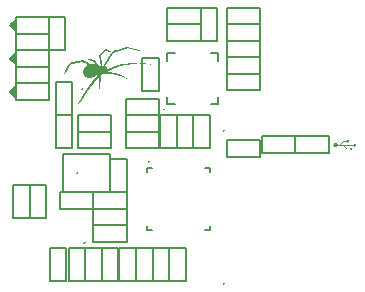
<source format=gto>
G04*
G04 #@! TF.GenerationSoftware,Altium Limited,Altium Designer,22.3.1 (43)*
G04*
G04 Layer_Color=65535*
%FSLAX44Y44*%
%MOMM*%
G71*
G04*
G04 #@! TF.SameCoordinates,D810A163-4558-4574-BFD7-F7CA9EDE3B54*
G04*
G04*
G04 #@! TF.FilePolarity,Positive*
G04*
G01*
G75*
%ADD10C,0.1540*%
%ADD11C,0.1530*%
G36*
X33000Y236000D02*
X28000Y241000D01*
X33000Y246000D01*
Y236000D01*
D02*
G37*
G36*
X127769Y222673D02*
X128000D01*
Y222615D01*
X128288D01*
Y222558D01*
X128462D01*
Y222500D01*
X128750D01*
Y222442D01*
X128981D01*
Y222385D01*
X129154D01*
Y222327D01*
X129442D01*
Y222269D01*
X129615D01*
Y222211D01*
X129904D01*
Y222154D01*
X130077D01*
Y222096D01*
X130308D01*
Y222038D01*
X130539D01*
Y221981D01*
X130711D01*
Y221923D01*
X131000D01*
Y221865D01*
X131173D01*
Y221808D01*
X131461D01*
Y221750D01*
X131635D01*
Y221692D01*
X131865D01*
Y221635D01*
X132096D01*
Y221577D01*
X132269D01*
Y221519D01*
X132558D01*
Y221462D01*
X132731D01*
Y221404D01*
X132962D01*
Y221346D01*
X133135D01*
Y221289D01*
X133308D01*
Y221231D01*
X133596D01*
Y221173D01*
X133769D01*
Y221115D01*
X134000D01*
Y221058D01*
X134173D01*
Y221000D01*
X134404D01*
Y220942D01*
X134635D01*
Y220885D01*
X134750D01*
Y220827D01*
X135038D01*
Y220769D01*
X135211D01*
Y220711D01*
X135442D01*
Y220654D01*
X135615D01*
Y220596D01*
X135788D01*
Y220539D01*
X136019D01*
Y220481D01*
X136135D01*
Y220423D01*
X136423D01*
Y220365D01*
X136538D01*
Y220308D01*
X136769D01*
Y220250D01*
X136942D01*
Y220192D01*
X137115D01*
Y220135D01*
X137346D01*
Y220077D01*
X137462D01*
Y220019D01*
X137692D01*
Y219961D01*
X137865D01*
Y219904D01*
X137981D01*
Y219846D01*
X138211D01*
Y219788D01*
X138327D01*
Y219731D01*
X138558D01*
Y219673D01*
X138673D01*
Y219615D01*
X138788D01*
Y219558D01*
X139019D01*
Y219500D01*
X139077D01*
Y219442D01*
X139308D01*
Y219385D01*
X139365D01*
Y219327D01*
X139538D01*
Y219269D01*
X139654D01*
Y219212D01*
X139769D01*
Y219154D01*
X139885D01*
Y219039D01*
X139250D01*
Y219096D01*
X138904D01*
Y219154D01*
X138385D01*
Y219212D01*
X138096D01*
Y219269D01*
X137808D01*
Y219327D01*
X137519D01*
Y219385D01*
X137346D01*
Y219442D01*
X137058D01*
Y219500D01*
X136885D01*
Y219558D01*
X136654D01*
Y219615D01*
X136423D01*
Y219673D01*
X136250D01*
Y219731D01*
X135962D01*
Y219788D01*
X135788D01*
Y219846D01*
X135500D01*
Y219904D01*
X135327D01*
Y219961D01*
X135096D01*
Y220019D01*
X134808D01*
Y220077D01*
X134692D01*
Y220135D01*
X134346D01*
Y220192D01*
X134173D01*
Y220250D01*
X133942D01*
Y220308D01*
X133712D01*
Y220365D01*
X133539D01*
Y220423D01*
X133192D01*
Y220481D01*
X133077D01*
Y220539D01*
X132731D01*
Y220596D01*
X132558D01*
Y220654D01*
X132327D01*
Y220711D01*
X132096D01*
Y220769D01*
X131923D01*
Y220827D01*
X131577D01*
Y220885D01*
X131404D01*
Y220942D01*
X131173D01*
Y221000D01*
X130942D01*
Y221058D01*
X130769D01*
Y221115D01*
X130423D01*
Y221173D01*
X130308D01*
Y221231D01*
X129962D01*
Y221289D01*
X129789D01*
Y221346D01*
X129558D01*
Y221404D01*
X129269D01*
Y221462D01*
X129154D01*
Y221519D01*
X128808D01*
Y221577D01*
X128635D01*
Y221635D01*
X128346D01*
Y221692D01*
X128173D01*
Y221750D01*
X127885D01*
Y221692D01*
X127769D01*
Y221635D01*
X127596D01*
Y221577D01*
X127481D01*
Y221519D01*
X127250D01*
Y221462D01*
X127135D01*
Y221404D01*
X126904D01*
Y221346D01*
X126731D01*
Y221289D01*
X126615D01*
Y221231D01*
X126385D01*
Y221173D01*
X126269D01*
Y221115D01*
X126039D01*
Y221058D01*
X125865D01*
Y221000D01*
X125692D01*
Y220942D01*
X125519D01*
Y220885D01*
X125404D01*
Y220827D01*
X125115D01*
Y220769D01*
X125000D01*
Y220711D01*
X124769D01*
Y220654D01*
X124654D01*
Y220596D01*
X124481D01*
Y220539D01*
X124250D01*
Y220481D01*
X124135D01*
Y220423D01*
X123904D01*
Y220365D01*
X123788D01*
Y220308D01*
X123615D01*
Y220250D01*
X123385D01*
Y220192D01*
X123269D01*
Y220135D01*
X123039D01*
Y220077D01*
X122865D01*
Y220019D01*
X122692D01*
Y219961D01*
X122519D01*
Y219904D01*
X122346D01*
Y219846D01*
X122115D01*
Y219788D01*
X122000D01*
Y219731D01*
X121769D01*
Y219673D01*
X121654D01*
Y219615D01*
X121481D01*
Y219558D01*
X121250D01*
Y219500D01*
X121135D01*
Y219442D01*
X120904D01*
Y219385D01*
X120788D01*
Y219327D01*
X120558D01*
Y219269D01*
X120385D01*
Y219212D01*
X120269D01*
Y219154D01*
X119981D01*
Y219096D01*
X119923D01*
Y219039D01*
X119635D01*
Y218981D01*
X119519D01*
Y218923D01*
X119346D01*
Y218865D01*
X119115D01*
Y218808D01*
X119000D01*
Y218750D01*
X118769D01*
Y218692D01*
X118654D01*
Y218635D01*
X118423D01*
Y218577D01*
X118250D01*
Y218519D01*
X118135D01*
Y218461D01*
X117904D01*
Y218404D01*
X117788D01*
Y218346D01*
X117558D01*
Y218288D01*
X117385D01*
Y218231D01*
X117212D01*
Y218173D01*
X117038D01*
Y218115D01*
X116865D01*
Y218058D01*
X116635D01*
Y218000D01*
X116519D01*
Y217942D01*
X116288D01*
Y217885D01*
X116115D01*
Y217827D01*
X116000D01*
Y217769D01*
X115885D01*
Y217654D01*
X115827D01*
Y217596D01*
X115769D01*
Y217481D01*
X115712D01*
Y217423D01*
X115654D01*
Y217308D01*
X115596D01*
Y217192D01*
X115539D01*
Y217135D01*
X115481D01*
Y217019D01*
X115423D01*
Y216961D01*
X115365D01*
Y216846D01*
X115308D01*
Y216789D01*
X115250D01*
Y216673D01*
X115192D01*
Y216558D01*
X115135D01*
Y216500D01*
X115077D01*
Y216385D01*
X115019D01*
Y216327D01*
X114962D01*
Y216212D01*
X114904D01*
Y216154D01*
X114846D01*
Y216096D01*
X114789D01*
Y215923D01*
X114731D01*
Y215865D01*
X114673D01*
Y215750D01*
X114615D01*
Y215692D01*
X114558D01*
Y215635D01*
X114500D01*
Y215519D01*
X114442D01*
Y215404D01*
X114385D01*
Y215289D01*
X114327D01*
Y215231D01*
X114269D01*
Y215173D01*
X114212D01*
Y215058D01*
X114154D01*
Y215000D01*
X114096D01*
Y214885D01*
X114038D01*
Y214769D01*
X113981D01*
Y214712D01*
X113923D01*
Y214596D01*
X113865D01*
Y214538D01*
X113808D01*
Y214423D01*
X113750D01*
Y214365D01*
X113692D01*
Y214250D01*
X113635D01*
Y214135D01*
X113577D01*
Y214077D01*
X113519D01*
Y213962D01*
X113462D01*
Y213904D01*
X113404D01*
Y213789D01*
X113346D01*
Y213731D01*
X113288D01*
Y213615D01*
X113231D01*
Y213500D01*
X113173D01*
Y213442D01*
X113115D01*
Y213327D01*
X113058D01*
Y213269D01*
X113000D01*
Y213154D01*
X112942D01*
Y213039D01*
X112885D01*
Y212981D01*
X112827D01*
Y212865D01*
X112769D01*
Y212808D01*
X112711D01*
Y212692D01*
X112654D01*
Y212635D01*
X112596D01*
Y212519D01*
X112538D01*
Y212404D01*
X112481D01*
Y212346D01*
X112423D01*
Y212231D01*
X112365D01*
Y212173D01*
X112308D01*
Y212058D01*
X112250D01*
Y212000D01*
X112192D01*
Y211885D01*
X112135D01*
Y211769D01*
X112077D01*
Y211712D01*
X112019D01*
Y211596D01*
X111961D01*
Y211539D01*
X111904D01*
Y211423D01*
X111846D01*
Y211308D01*
X111789D01*
Y211250D01*
X111731D01*
Y211135D01*
X111673D01*
Y211077D01*
X111615D01*
Y210962D01*
X111558D01*
Y210904D01*
X111500D01*
Y210788D01*
X111442D01*
Y210673D01*
X111385D01*
Y210615D01*
X111327D01*
Y210500D01*
X111269D01*
Y210442D01*
X111212D01*
Y210327D01*
X111154D01*
Y210269D01*
X111096D01*
Y210154D01*
X111039D01*
Y210039D01*
X110981D01*
Y209981D01*
X110923D01*
Y209865D01*
X110865D01*
Y209808D01*
X110808D01*
Y209692D01*
X110750D01*
Y209635D01*
X110692D01*
Y209519D01*
X110635D01*
Y209404D01*
X110577D01*
Y209346D01*
X110519D01*
Y209231D01*
X110462D01*
Y209173D01*
X110404D01*
Y209058D01*
X110346D01*
Y208942D01*
X110288D01*
Y208885D01*
X110231D01*
Y208769D01*
X110173D01*
Y208711D01*
X110115D01*
Y208596D01*
X110058D01*
Y208538D01*
X110000D01*
Y208481D01*
X109942D01*
Y208308D01*
X109885D01*
Y208250D01*
X109827D01*
Y208135D01*
X109769D01*
Y208077D01*
X109712D01*
Y208019D01*
X109654D01*
Y207904D01*
X109596D01*
Y207789D01*
X109538D01*
Y207731D01*
X109481D01*
Y207615D01*
X109423D01*
Y207558D01*
X109365D01*
Y207442D01*
X109308D01*
Y207385D01*
X109250D01*
Y207269D01*
X109192D01*
Y207154D01*
X109135D01*
Y207096D01*
X109077D01*
Y206981D01*
X109019D01*
Y206923D01*
X108962D01*
Y206808D01*
X108904D01*
Y206750D01*
X108846D01*
Y206577D01*
X109077D01*
Y206519D01*
X109192D01*
Y206462D01*
X109365D01*
Y206404D01*
X109481D01*
Y206346D01*
X109596D01*
Y206289D01*
X109712D01*
Y206231D01*
X109769D01*
Y206173D01*
X109827D01*
Y206115D01*
X109885D01*
Y206058D01*
X109942D01*
Y205942D01*
X110000D01*
Y205827D01*
X110058D01*
Y205712D01*
X110115D01*
Y205539D01*
X110173D01*
Y205308D01*
X110231D01*
Y204385D01*
X110173D01*
Y204039D01*
X110115D01*
Y203808D01*
X110058D01*
Y203519D01*
X110000D01*
Y203288D01*
X110058D01*
Y203346D01*
X110173D01*
Y203404D01*
X110288D01*
Y203461D01*
X110346D01*
Y203519D01*
X110519D01*
Y203577D01*
X110577D01*
Y203635D01*
X110750D01*
Y203692D01*
X110808D01*
Y203750D01*
X110923D01*
Y203808D01*
X111096D01*
Y203865D01*
X111154D01*
Y203923D01*
X111269D01*
Y203981D01*
X111385D01*
Y204039D01*
X111500D01*
Y204096D01*
X111615D01*
Y204154D01*
X111731D01*
Y204212D01*
X111846D01*
Y204269D01*
X111961D01*
Y204327D01*
X112077D01*
Y204385D01*
X112192D01*
Y204442D01*
X112308D01*
Y204500D01*
X112423D01*
Y204558D01*
X112538D01*
Y204615D01*
X112654D01*
Y204673D01*
X112769D01*
Y204731D01*
X112885D01*
Y204788D01*
X113058D01*
Y204846D01*
X113115D01*
Y204904D01*
X113288D01*
Y204961D01*
X113346D01*
Y205019D01*
X113519D01*
Y205077D01*
X113635D01*
Y205135D01*
X113750D01*
Y205192D01*
X113923D01*
Y205250D01*
X113981D01*
Y205308D01*
X114154D01*
Y205365D01*
X114269D01*
Y205423D01*
X114385D01*
Y205481D01*
X114558D01*
Y205539D01*
X114615D01*
Y205596D01*
X114789D01*
Y205654D01*
X114904D01*
Y205712D01*
X115077D01*
Y205769D01*
X115192D01*
Y205827D01*
X115308D01*
Y205885D01*
X115481D01*
Y205942D01*
X115596D01*
Y206000D01*
X115769D01*
Y206058D01*
X115885D01*
Y206115D01*
X116000D01*
Y206173D01*
X116173D01*
Y206231D01*
X116288D01*
Y206289D01*
X116519D01*
Y206346D01*
X116577D01*
Y206404D01*
X116750D01*
Y206462D01*
X116923D01*
Y206519D01*
X117038D01*
Y206577D01*
X117269D01*
Y206635D01*
X117385D01*
Y206692D01*
X117558D01*
Y206750D01*
X117731D01*
Y206808D01*
X117846D01*
Y206865D01*
X118077D01*
Y206923D01*
X118192D01*
Y206981D01*
X118423D01*
Y207038D01*
X118539D01*
Y207096D01*
X118769D01*
Y207154D01*
X118942D01*
Y207211D01*
X119058D01*
Y207269D01*
X119346D01*
Y207327D01*
X119461D01*
Y207385D01*
X119750D01*
Y207442D01*
X119923D01*
Y207500D01*
X120096D01*
Y207558D01*
X120385D01*
Y207615D01*
X120500D01*
Y207673D01*
X120846D01*
Y207731D01*
X121019D01*
Y207789D01*
X121308D01*
Y207846D01*
X121596D01*
Y207904D01*
X121827D01*
Y207962D01*
X122289D01*
Y208019D01*
X122519D01*
Y208077D01*
X123211D01*
Y208135D01*
X124308D01*
Y208192D01*
X124654D01*
Y208250D01*
X125115D01*
Y208308D01*
X125404D01*
Y208365D01*
X125923D01*
Y208423D01*
X126212D01*
Y208481D01*
X126615D01*
Y208538D01*
X127019D01*
Y208596D01*
X127308D01*
Y208654D01*
X127827D01*
Y208711D01*
X128115D01*
Y208769D01*
X128635D01*
Y208827D01*
X128981D01*
Y208885D01*
X129327D01*
Y208942D01*
X129846D01*
Y209000D01*
X130135D01*
Y209058D01*
X130711D01*
Y209115D01*
X131000D01*
Y209173D01*
X131519D01*
Y209231D01*
X131923D01*
Y209289D01*
X132269D01*
Y209346D01*
X132846D01*
Y209404D01*
X133192D01*
Y209462D01*
X133827D01*
Y209519D01*
X134231D01*
Y209577D01*
X134750D01*
Y209635D01*
X136308D01*
Y209577D01*
X136885D01*
Y209519D01*
X137404D01*
Y209462D01*
X138211D01*
Y209404D01*
X138615D01*
Y209346D01*
X139365D01*
Y209289D01*
X139769D01*
Y209231D01*
X140288D01*
Y209173D01*
X140865D01*
Y209115D01*
X141212D01*
Y209058D01*
X141846D01*
Y209000D01*
X142192D01*
Y208942D01*
X142712D01*
Y208885D01*
X143115D01*
Y208827D01*
X143404D01*
Y208769D01*
X143923D01*
Y208711D01*
X144212D01*
Y208654D01*
X144673D01*
Y208596D01*
X144962D01*
Y208538D01*
X145250D01*
Y208481D01*
X145596D01*
Y208423D01*
X145827D01*
Y208365D01*
X146231D01*
Y208308D01*
X146404D01*
Y208250D01*
X146750D01*
Y208192D01*
X146981D01*
Y208135D01*
X147154D01*
Y208077D01*
X147442D01*
Y208019D01*
X147615D01*
Y207962D01*
X147846D01*
Y207904D01*
X147962D01*
Y207846D01*
X148192D01*
Y207789D01*
X148308D01*
Y207731D01*
X148365D01*
Y207673D01*
X147846D01*
Y207731D01*
X147558D01*
Y207789D01*
X147154D01*
Y207846D01*
X146750D01*
Y207904D01*
X146462D01*
Y207962D01*
X145885D01*
Y208019D01*
X145596D01*
Y208077D01*
X145077D01*
Y208135D01*
X144731D01*
Y208192D01*
X144327D01*
Y208250D01*
X143808D01*
Y208308D01*
X143462D01*
Y208365D01*
X142827D01*
Y208423D01*
X142481D01*
Y208481D01*
X141904D01*
Y208538D01*
X141385D01*
Y208596D01*
X140923D01*
Y208654D01*
X140115D01*
Y208711D01*
X139712D01*
Y208769D01*
X138731D01*
Y208827D01*
X137923D01*
Y208885D01*
X135904D01*
Y208827D01*
X135788D01*
Y208769D01*
X135327D01*
Y208711D01*
X135038D01*
Y208654D01*
X134519D01*
Y208596D01*
X134231D01*
Y208538D01*
X133827D01*
Y208481D01*
X133423D01*
Y208423D01*
X133135D01*
Y208365D01*
X132615D01*
Y208308D01*
X132327D01*
Y208250D01*
X131865D01*
Y208192D01*
X131519D01*
Y208135D01*
X131173D01*
Y208077D01*
X130654D01*
Y208019D01*
X130365D01*
Y207962D01*
X129846D01*
Y207904D01*
X129558D01*
Y207846D01*
X129154D01*
Y207789D01*
X128692D01*
Y207731D01*
X128404D01*
Y207673D01*
X127885D01*
Y207615D01*
X127596D01*
Y207558D01*
X127077D01*
Y207500D01*
X126731D01*
Y207442D01*
X126385D01*
Y207385D01*
X125865D01*
Y207327D01*
X125577D01*
Y207269D01*
X125058D01*
Y207211D01*
X124712D01*
Y207154D01*
X124308D01*
Y207096D01*
X123962D01*
Y207038D01*
X123731D01*
Y206981D01*
X123385D01*
Y206923D01*
X123211D01*
Y206865D01*
X122923D01*
Y206808D01*
X122750D01*
Y206750D01*
X122577D01*
Y206692D01*
X122289D01*
Y206635D01*
X122173D01*
Y206577D01*
X121885D01*
Y206519D01*
X121769D01*
Y206462D01*
X121596D01*
Y206404D01*
X121365D01*
Y206346D01*
X121250D01*
Y206289D01*
X121019D01*
Y206231D01*
X120904D01*
Y206173D01*
X120673D01*
Y206115D01*
X120558D01*
Y206058D01*
X120385D01*
Y206000D01*
X120211D01*
Y205942D01*
X120096D01*
Y205885D01*
X119865D01*
Y205827D01*
X119750D01*
Y205769D01*
X119577D01*
Y205712D01*
X119404D01*
Y205654D01*
X119346D01*
Y205596D01*
X119115D01*
Y205539D01*
X119000D01*
Y205481D01*
X118827D01*
Y205423D01*
X118712D01*
Y205365D01*
X118539D01*
Y205308D01*
X118365D01*
Y205250D01*
X118308D01*
Y205192D01*
X118077D01*
Y205135D01*
X117962D01*
Y205077D01*
X117846D01*
Y205019D01*
X117673D01*
Y204961D01*
X117558D01*
Y204904D01*
X117385D01*
Y204846D01*
X117269D01*
Y204788D01*
X117096D01*
Y204731D01*
X116981D01*
Y204673D01*
X116865D01*
Y204615D01*
X116692D01*
Y204558D01*
X116635D01*
Y204500D01*
X116404D01*
Y204442D01*
X116346D01*
Y204385D01*
X116173D01*
Y204327D01*
X116058D01*
Y204269D01*
X115942D01*
Y204212D01*
X115769D01*
Y204154D01*
X115654D01*
Y204096D01*
X115481D01*
Y204039D01*
X115365D01*
Y203981D01*
X115308D01*
Y203923D01*
X115135D01*
Y203865D01*
X115019D01*
Y203808D01*
X114846D01*
Y203750D01*
X114731D01*
Y203692D01*
X114615D01*
Y203635D01*
X114500D01*
Y203577D01*
X114385D01*
Y203519D01*
X114212D01*
Y203461D01*
X114154D01*
Y203404D01*
X113981D01*
Y203346D01*
X113865D01*
Y203288D01*
X113750D01*
Y203231D01*
X113577D01*
Y203173D01*
X113519D01*
Y203115D01*
X113346D01*
Y203058D01*
X113231D01*
Y203000D01*
X113115D01*
Y202942D01*
X113000D01*
Y202885D01*
X112885D01*
Y202827D01*
X112711D01*
Y202769D01*
X112654D01*
Y202712D01*
X112481D01*
Y202654D01*
X112365D01*
Y202596D01*
X112308D01*
Y202539D01*
X112135D01*
Y202481D01*
X112077D01*
Y202423D01*
X111904D01*
Y202365D01*
X111789D01*
Y202308D01*
X111673D01*
Y202250D01*
X111558D01*
Y202192D01*
X111442D01*
Y202135D01*
X111269D01*
Y202077D01*
X111212D01*
Y202019D01*
X111039D01*
Y201961D01*
X110981D01*
Y201904D01*
X110923D01*
Y201846D01*
X110981D01*
Y201789D01*
X111269D01*
Y201731D01*
X111789D01*
Y201673D01*
X112077D01*
Y201615D01*
X112481D01*
Y201558D01*
X112885D01*
Y201500D01*
X113173D01*
Y201442D01*
X113692D01*
Y201385D01*
X113923D01*
Y201327D01*
X114385D01*
Y201269D01*
X114673D01*
Y201211D01*
X114962D01*
Y201154D01*
X115365D01*
Y201096D01*
X115596D01*
Y201038D01*
X116058D01*
Y200981D01*
X116288D01*
Y200923D01*
X116577D01*
Y200865D01*
X116923D01*
Y200808D01*
X117154D01*
Y200750D01*
X117558D01*
Y200692D01*
X117731D01*
Y200635D01*
X118077D01*
Y200577D01*
X118308D01*
Y200519D01*
X118539D01*
Y200462D01*
X118827D01*
Y200404D01*
X119000D01*
Y200346D01*
X119289D01*
Y200289D01*
X119461D01*
Y200231D01*
X119692D01*
Y200173D01*
X119923D01*
Y200115D01*
X120038D01*
Y200058D01*
X120327D01*
Y200000D01*
X120442D01*
Y199942D01*
X120673D01*
Y199885D01*
X120788D01*
Y199827D01*
X120904D01*
Y199769D01*
X121077D01*
Y199711D01*
X121192D01*
Y199654D01*
X121365D01*
Y199596D01*
X121423D01*
Y199538D01*
X121538D01*
Y199481D01*
X121596D01*
Y199423D01*
X121712D01*
Y199365D01*
X121885D01*
Y199308D01*
X121942D01*
Y199250D01*
X122115D01*
Y199192D01*
X122231D01*
Y199135D01*
X122346D01*
Y199077D01*
X122462D01*
Y199019D01*
X122577D01*
Y198962D01*
X122692D01*
Y198904D01*
X122808D01*
Y198846D01*
X122923D01*
Y198789D01*
X122981D01*
Y198731D01*
X123096D01*
Y198673D01*
X123211D01*
Y198615D01*
X123269D01*
Y198558D01*
X123442D01*
Y198500D01*
X123500D01*
Y198442D01*
X123615D01*
Y198385D01*
X123731D01*
Y198327D01*
X123788D01*
Y198269D01*
X123904D01*
Y198211D01*
X124019D01*
Y198154D01*
X124077D01*
Y198096D01*
X124192D01*
Y198039D01*
X124250D01*
Y197981D01*
X124423D01*
Y197923D01*
X124481D01*
Y197865D01*
X124596D01*
Y197808D01*
X124654D01*
Y197750D01*
X124769D01*
Y197692D01*
X124885D01*
Y197635D01*
X124942D01*
Y197577D01*
X125058D01*
Y197519D01*
X125115D01*
Y197462D01*
X125231D01*
Y197404D01*
X125288D01*
Y197346D01*
X125346D01*
Y197288D01*
X125519D01*
Y197231D01*
X125577D01*
Y197173D01*
X125635D01*
Y197115D01*
X125750D01*
Y197058D01*
X125808D01*
Y197000D01*
X125923D01*
Y196942D01*
X125981D01*
Y196885D01*
X126096D01*
Y196827D01*
X126154D01*
Y196769D01*
X126269D01*
Y196712D01*
X126385D01*
Y196654D01*
X126442D01*
Y196596D01*
X126558D01*
Y196539D01*
X126615D01*
Y196481D01*
X126673D01*
Y196423D01*
X126789D01*
Y196365D01*
X126846D01*
Y196308D01*
X126961D01*
Y196250D01*
X127019D01*
Y196192D01*
X127135D01*
Y196135D01*
X127192D01*
Y196077D01*
X127308D01*
Y196019D01*
X127365D01*
Y195962D01*
X127423D01*
Y195904D01*
X127538D01*
Y195846D01*
X127596D01*
Y195788D01*
X127712D01*
Y195731D01*
X127769D01*
Y195673D01*
X127827D01*
Y195615D01*
X127942D01*
Y195558D01*
X128000D01*
Y195500D01*
X128058D01*
Y195442D01*
X128173D01*
Y195385D01*
X128231D01*
Y195327D01*
X128346D01*
Y195269D01*
X128404D01*
Y195212D01*
X128462D01*
Y195154D01*
X128519D01*
Y195096D01*
X128577D01*
Y195039D01*
X128635D01*
Y194981D01*
X128519D01*
Y195039D01*
X128404D01*
Y195096D01*
X128231D01*
Y195154D01*
X128173D01*
Y195212D01*
X128000D01*
Y195269D01*
X127942D01*
Y195327D01*
X127827D01*
Y195385D01*
X127654D01*
Y195442D01*
X127596D01*
Y195500D01*
X127423D01*
Y195558D01*
X127365D01*
Y195615D01*
X127192D01*
Y195673D01*
X127077D01*
Y195731D01*
X127019D01*
Y195788D01*
X126846D01*
Y195846D01*
X126789D01*
Y195904D01*
X126615D01*
Y195962D01*
X126558D01*
Y196019D01*
X126442D01*
Y196077D01*
X126327D01*
Y196135D01*
X126212D01*
Y196192D01*
X126096D01*
Y196250D01*
X125981D01*
Y196308D01*
X125865D01*
Y196365D01*
X125750D01*
Y196423D01*
X125692D01*
Y196481D01*
X125519D01*
Y196539D01*
X125462D01*
Y196596D01*
X125288D01*
Y196654D01*
X125231D01*
Y196712D01*
X125115D01*
Y196769D01*
X125000D01*
Y196827D01*
X124885D01*
Y196885D01*
X124769D01*
Y196942D01*
X124654D01*
Y197000D01*
X124538D01*
Y197058D01*
X124423D01*
Y197115D01*
X124365D01*
Y197173D01*
X124192D01*
Y197231D01*
X124135D01*
Y197288D01*
X123962D01*
Y197346D01*
X123904D01*
Y197404D01*
X123788D01*
Y197462D01*
X123673D01*
Y197519D01*
X123558D01*
Y197577D01*
X123442D01*
Y197635D01*
X123385D01*
Y197692D01*
X123211D01*
Y197750D01*
X123154D01*
Y197808D01*
X123039D01*
Y197865D01*
X122865D01*
Y197923D01*
X122808D01*
Y197981D01*
X122692D01*
Y198039D01*
X122577D01*
Y198096D01*
X122462D01*
Y198154D01*
X122346D01*
Y198211D01*
X122289D01*
Y198269D01*
X122115D01*
Y198327D01*
X122058D01*
Y198385D01*
X121885D01*
Y198442D01*
X121827D01*
Y198500D01*
X121596D01*
Y198442D01*
X121481D01*
Y198385D01*
X120615D01*
Y198442D01*
X120500D01*
Y198500D01*
X120327D01*
Y198558D01*
X120154D01*
Y198615D01*
X120038D01*
Y198673D01*
X119750D01*
Y198731D01*
X119635D01*
Y198789D01*
X119404D01*
Y198846D01*
X119173D01*
Y198904D01*
X119058D01*
Y198962D01*
X118712D01*
Y199019D01*
X118596D01*
Y199077D01*
X118250D01*
Y199135D01*
X118019D01*
Y199192D01*
X117788D01*
Y199250D01*
X117442D01*
Y199308D01*
X117269D01*
Y199365D01*
X116808D01*
Y199423D01*
X116519D01*
Y199481D01*
X116115D01*
Y199538D01*
X115712D01*
Y199596D01*
X115365D01*
Y199654D01*
X114673D01*
Y199711D01*
X114269D01*
Y199769D01*
X113346D01*
Y199827D01*
X112481D01*
Y199885D01*
X109365D01*
Y199827D01*
X107865D01*
Y199885D01*
X107519D01*
Y199942D01*
X107173D01*
Y200000D01*
X107058D01*
Y200058D01*
X106827D01*
Y200115D01*
X106712D01*
Y200173D01*
X106596D01*
Y200231D01*
X106481D01*
Y200289D01*
X106423D01*
Y200346D01*
X106308D01*
Y200289D01*
X106250D01*
Y199942D01*
X106192D01*
Y199596D01*
X106135D01*
Y199481D01*
X106077D01*
Y199308D01*
X106019D01*
Y199192D01*
X105962D01*
Y199135D01*
X105904D01*
Y199019D01*
X105846D01*
Y198962D01*
X105788D01*
Y198846D01*
X105731D01*
Y198789D01*
X105615D01*
Y198731D01*
X105558D01*
Y198673D01*
X105442D01*
Y198615D01*
X105385D01*
Y196827D01*
X105327D01*
Y196019D01*
X105269D01*
Y195385D01*
X105211D01*
Y194923D01*
X105154D01*
Y194692D01*
X105096D01*
Y194346D01*
X105038D01*
Y194058D01*
X104981D01*
Y193423D01*
X104923D01*
Y192962D01*
X104865D01*
Y192558D01*
X104808D01*
Y191923D01*
X104750D01*
Y191635D01*
X104692D01*
Y191000D01*
X104635D01*
Y190654D01*
X104577D01*
Y190192D01*
X104519D01*
Y189731D01*
X104461D01*
Y189385D01*
X104404D01*
Y188865D01*
X104346D01*
Y188577D01*
X104289D01*
Y188115D01*
X104231D01*
Y187769D01*
X104173D01*
Y187539D01*
X104115D01*
Y187135D01*
X104058D01*
Y186904D01*
X104000D01*
Y186615D01*
X103942D01*
Y186558D01*
X103827D01*
Y186673D01*
X103769D01*
Y187250D01*
X103712D01*
Y190077D01*
X103769D01*
Y191808D01*
X103827D01*
Y193712D01*
X103885D01*
Y194750D01*
X103827D01*
Y196769D01*
X103885D01*
Y197404D01*
X103712D01*
Y197346D01*
X103654D01*
Y197288D01*
X103596D01*
Y197231D01*
X103539D01*
Y197173D01*
X103481D01*
Y197115D01*
X103423D01*
Y197000D01*
X103308D01*
Y196885D01*
X103250D01*
Y196827D01*
X103192D01*
Y196769D01*
X103135D01*
Y196712D01*
X103077D01*
Y196654D01*
X103019D01*
Y196596D01*
X102962D01*
Y196539D01*
X102904D01*
Y196423D01*
X102846D01*
Y196365D01*
X102788D01*
Y196308D01*
X102731D01*
Y196250D01*
X102673D01*
Y196192D01*
X102615D01*
Y196077D01*
X102558D01*
Y196019D01*
X102500D01*
Y195962D01*
X102442D01*
Y195904D01*
X102385D01*
Y195846D01*
X102327D01*
Y195788D01*
X102269D01*
Y195731D01*
X102212D01*
Y195615D01*
X102154D01*
Y195558D01*
X102096D01*
Y195500D01*
X102038D01*
Y195385D01*
X101981D01*
Y195327D01*
X101923D01*
Y195269D01*
X101865D01*
Y195212D01*
X101808D01*
Y195154D01*
X101750D01*
Y195039D01*
X101692D01*
Y194981D01*
X101635D01*
Y194923D01*
X101577D01*
Y194865D01*
X101519D01*
Y194750D01*
X101461D01*
Y194692D01*
X101404D01*
Y194635D01*
X101346D01*
Y194577D01*
X101288D01*
Y194519D01*
X101231D01*
Y194404D01*
X101173D01*
Y194346D01*
X101115D01*
Y194289D01*
X101058D01*
Y194231D01*
X101000D01*
Y194173D01*
X100942D01*
Y194058D01*
X100885D01*
Y194000D01*
X100827D01*
Y193942D01*
X100769D01*
Y193827D01*
X100711D01*
Y193769D01*
X100654D01*
Y193712D01*
X100596D01*
Y193654D01*
X100539D01*
Y193538D01*
X100481D01*
Y193481D01*
X100423D01*
Y193423D01*
X100365D01*
Y193365D01*
X100308D01*
Y193308D01*
X100250D01*
Y193192D01*
X100192D01*
Y193135D01*
X100135D01*
Y193077D01*
X100077D01*
Y193019D01*
X100019D01*
Y192904D01*
X99962D01*
Y192846D01*
X99904D01*
Y192789D01*
X99846D01*
Y192673D01*
X99789D01*
Y192615D01*
X99731D01*
Y192558D01*
X99673D01*
Y192500D01*
X99615D01*
Y192442D01*
X99558D01*
Y192327D01*
X99500D01*
Y192269D01*
X99442D01*
Y192212D01*
X99385D01*
Y192154D01*
X99327D01*
Y192038D01*
X99269D01*
Y191981D01*
X99212D01*
Y191923D01*
X99154D01*
Y191808D01*
X99096D01*
Y191750D01*
X99038D01*
Y191692D01*
X98981D01*
Y191635D01*
X98923D01*
Y191577D01*
X98865D01*
Y191462D01*
X98808D01*
Y191404D01*
X98750D01*
Y191346D01*
X98692D01*
Y191289D01*
X98635D01*
Y191173D01*
X98577D01*
Y191115D01*
X98519D01*
Y191058D01*
X98462D01*
Y191000D01*
X98404D01*
Y190942D01*
X98346D01*
Y190827D01*
X98288D01*
Y190769D01*
X98231D01*
Y190712D01*
X98173D01*
Y190654D01*
X98115D01*
Y190539D01*
X98058D01*
Y190481D01*
X98000D01*
Y190423D01*
X97942D01*
Y190365D01*
X97885D01*
Y190250D01*
X97827D01*
Y190192D01*
X97769D01*
Y190135D01*
X97711D01*
Y190077D01*
X97654D01*
Y190019D01*
X97596D01*
Y189904D01*
X97538D01*
Y189846D01*
X97481D01*
Y189788D01*
X97423D01*
Y189731D01*
X97365D01*
Y189615D01*
X97308D01*
Y189558D01*
X97250D01*
Y189500D01*
X97192D01*
Y189442D01*
X97135D01*
Y189385D01*
X97077D01*
Y189269D01*
X97019D01*
Y189212D01*
X96962D01*
Y189154D01*
X96904D01*
Y189096D01*
X96846D01*
Y188981D01*
X96789D01*
Y188923D01*
X96731D01*
Y188865D01*
X96673D01*
Y188808D01*
X96615D01*
Y188750D01*
X96558D01*
Y188635D01*
X96500D01*
Y188577D01*
X96442D01*
Y188519D01*
X96385D01*
Y188461D01*
X96327D01*
Y188404D01*
X96269D01*
Y188288D01*
X96212D01*
Y188231D01*
X96154D01*
Y188173D01*
X96096D01*
Y188115D01*
X96039D01*
Y188058D01*
X95981D01*
Y187942D01*
X95923D01*
Y187885D01*
X95865D01*
Y187827D01*
X95808D01*
Y187769D01*
X95750D01*
Y187712D01*
X95692D01*
Y187596D01*
X95635D01*
Y187539D01*
X95577D01*
Y187481D01*
X95519D01*
Y187423D01*
X95462D01*
Y187365D01*
X95404D01*
Y187308D01*
X95346D01*
Y187192D01*
X95288D01*
Y187135D01*
X95231D01*
Y187077D01*
X95173D01*
Y187019D01*
X95115D01*
Y186962D01*
X95058D01*
Y186904D01*
X95000D01*
Y186789D01*
X94942D01*
Y186731D01*
X94885D01*
Y186673D01*
X94827D01*
Y186615D01*
X94769D01*
Y186558D01*
X94712D01*
Y186500D01*
X94654D01*
Y186442D01*
X94596D01*
Y186327D01*
X94538D01*
Y186211D01*
X94481D01*
Y186154D01*
X94423D01*
Y186038D01*
X94365D01*
Y185981D01*
X94308D01*
Y185865D01*
X94250D01*
Y185808D01*
X94192D01*
Y185692D01*
X94135D01*
Y185577D01*
X94077D01*
Y185519D01*
X94019D01*
Y185404D01*
X93961D01*
Y185346D01*
X93904D01*
Y185231D01*
X93846D01*
Y185115D01*
X93788D01*
Y185058D01*
X93731D01*
Y184942D01*
X93673D01*
Y184885D01*
X93615D01*
Y184769D01*
X93558D01*
Y184711D01*
X93500D01*
Y184596D01*
X93442D01*
Y184481D01*
X93385D01*
Y184423D01*
X93327D01*
Y184308D01*
X93269D01*
Y184250D01*
X93211D01*
Y184135D01*
X93154D01*
Y184019D01*
X93096D01*
Y183962D01*
X93039D01*
Y183846D01*
X92981D01*
Y183789D01*
X92923D01*
Y183673D01*
X92865D01*
Y183615D01*
X92808D01*
Y183500D01*
X92750D01*
Y183385D01*
X92692D01*
Y183327D01*
X92635D01*
Y183211D01*
X92577D01*
Y183154D01*
X92519D01*
Y183039D01*
X92462D01*
Y182981D01*
X92404D01*
Y182865D01*
X92346D01*
Y182750D01*
X92289D01*
Y182692D01*
X92231D01*
Y182577D01*
X92173D01*
Y182519D01*
X92115D01*
Y182404D01*
X92058D01*
Y182346D01*
X92000D01*
Y182231D01*
X91942D01*
Y182115D01*
X91885D01*
Y182058D01*
X91827D01*
Y181942D01*
X91769D01*
Y181885D01*
X91712D01*
Y181769D01*
X91654D01*
Y181654D01*
X91596D01*
Y181596D01*
X91538D01*
Y181481D01*
X91481D01*
Y181423D01*
X91423D01*
Y181308D01*
X91365D01*
Y181250D01*
X91308D01*
Y181192D01*
X91250D01*
Y181077D01*
X91192D01*
Y180961D01*
X91135D01*
Y180846D01*
X91077D01*
Y180788D01*
X91019D01*
Y180731D01*
X90962D01*
Y180615D01*
X90904D01*
Y180558D01*
X90846D01*
Y180442D01*
X90788D01*
Y180385D01*
X90731D01*
Y180269D01*
X90673D01*
Y180154D01*
X90615D01*
Y180096D01*
X90558D01*
Y179981D01*
X90500D01*
Y179923D01*
X90442D01*
Y179808D01*
X90385D01*
Y179750D01*
X90327D01*
Y179635D01*
X90269D01*
Y179519D01*
X90212D01*
Y179461D01*
X90154D01*
Y179346D01*
X90096D01*
Y179289D01*
X90038D01*
Y179173D01*
X89981D01*
Y179115D01*
X89923D01*
Y179000D01*
X89865D01*
Y178885D01*
X89808D01*
Y178827D01*
X89750D01*
Y178712D01*
X89692D01*
Y178654D01*
X89635D01*
Y178596D01*
X89577D01*
Y178481D01*
X89519D01*
Y178423D01*
X89461D01*
Y178308D01*
X89404D01*
Y178250D01*
X89346D01*
Y178135D01*
X89289D01*
Y178019D01*
X89231D01*
Y177962D01*
X89173D01*
Y177846D01*
X89115D01*
Y177789D01*
X89058D01*
Y177673D01*
X89000D01*
Y177615D01*
X88942D01*
Y177500D01*
X88885D01*
Y177442D01*
X88827D01*
Y177385D01*
X88769D01*
Y177269D01*
X88712D01*
Y177212D01*
X88654D01*
Y177096D01*
X88596D01*
Y177038D01*
X88539D01*
Y176923D01*
X88481D01*
Y176808D01*
X88365D01*
Y176692D01*
X88308D01*
Y176635D01*
X88250D01*
Y176519D01*
X88192D01*
Y176462D01*
X88135D01*
Y176404D01*
X88077D01*
Y176346D01*
X88019D01*
Y176289D01*
X87962D01*
Y176173D01*
X87904D01*
Y176115D01*
X87846D01*
Y176058D01*
X87788D01*
Y176000D01*
X87731D01*
Y175942D01*
X87673D01*
Y175827D01*
X87615D01*
Y175769D01*
X87558D01*
Y175711D01*
X87500D01*
Y175596D01*
X87442D01*
Y175539D01*
X87385D01*
Y175481D01*
X87327D01*
Y175423D01*
X87269D01*
Y175365D01*
X87212D01*
Y175250D01*
X87154D01*
Y175192D01*
X87096D01*
Y175135D01*
X87038D01*
Y175077D01*
X86981D01*
Y174961D01*
X86923D01*
Y174904D01*
X86865D01*
Y174846D01*
X86808D01*
Y174788D01*
X86750D01*
Y174731D01*
X86692D01*
Y174615D01*
X86635D01*
Y174558D01*
X86577D01*
Y174500D01*
X86519D01*
Y174442D01*
X86461D01*
Y174385D01*
X86404D01*
Y174269D01*
X86346D01*
Y174212D01*
X86288D01*
Y174154D01*
X86231D01*
Y174096D01*
X86173D01*
Y173981D01*
X86115D01*
Y173923D01*
X86058D01*
Y173865D01*
X86000D01*
Y173808D01*
X85942D01*
Y173750D01*
X85885D01*
Y173635D01*
X85827D01*
Y173577D01*
X85769D01*
Y173519D01*
X85711D01*
Y173462D01*
X85654D01*
Y173519D01*
X85596D01*
Y173635D01*
X85654D01*
Y173750D01*
X85711D01*
Y173923D01*
X85769D01*
Y174039D01*
X85827D01*
Y174212D01*
X85885D01*
Y174385D01*
X85942D01*
Y174442D01*
X86000D01*
Y174615D01*
X86058D01*
Y174731D01*
X86115D01*
Y174846D01*
X86173D01*
Y174961D01*
X86231D01*
Y175077D01*
X86288D01*
Y175250D01*
X86346D01*
Y175308D01*
X86404D01*
Y175481D01*
X86461D01*
Y175539D01*
X86519D01*
Y175654D01*
X86577D01*
Y175769D01*
X86635D01*
Y175885D01*
X86692D01*
Y176000D01*
X86750D01*
Y176115D01*
X86808D01*
Y176231D01*
X86865D01*
Y176346D01*
X86923D01*
Y176404D01*
X86981D01*
Y176577D01*
X87038D01*
Y176635D01*
X87096D01*
Y176750D01*
X87154D01*
Y176865D01*
X87212D01*
Y176981D01*
X87269D01*
Y177096D01*
X87327D01*
Y177154D01*
X87385D01*
Y177269D01*
X87442D01*
Y177385D01*
X87500D01*
Y177500D01*
X87558D01*
Y177615D01*
X87615D01*
Y177673D01*
X87673D01*
Y177789D01*
X87731D01*
Y177904D01*
X87788D01*
Y178019D01*
X87846D01*
Y178077D01*
X87904D01*
Y178192D01*
X87962D01*
Y178308D01*
X88019D01*
Y178365D01*
X88077D01*
Y178538D01*
X88135D01*
Y178596D01*
X88192D01*
Y178712D01*
X88250D01*
Y178827D01*
X88308D01*
Y178885D01*
X88365D01*
Y179000D01*
X88423D01*
Y179115D01*
X88481D01*
Y179231D01*
X88539D01*
Y179289D01*
X88596D01*
Y179404D01*
X88654D01*
Y179519D01*
X88712D01*
Y179577D01*
X88769D01*
Y179692D01*
X88827D01*
Y179808D01*
X88885D01*
Y179923D01*
X88942D01*
Y179981D01*
X89000D01*
Y180096D01*
X89058D01*
Y180212D01*
X89115D01*
Y180269D01*
X89173D01*
Y180385D01*
X89231D01*
Y180500D01*
X89289D01*
Y180558D01*
X89346D01*
Y180673D01*
X89404D01*
Y180788D01*
X89461D01*
Y180904D01*
X89519D01*
Y180961D01*
X89577D01*
Y181077D01*
X89635D01*
Y181192D01*
X89692D01*
Y181250D01*
X89750D01*
Y181365D01*
X89808D01*
Y181481D01*
X89865D01*
Y181596D01*
X89923D01*
Y181654D01*
X89981D01*
Y181769D01*
X90038D01*
Y181885D01*
X90096D01*
Y181942D01*
X90154D01*
Y182058D01*
X90212D01*
Y182115D01*
X90269D01*
Y182231D01*
X90327D01*
Y182346D01*
X90385D01*
Y182404D01*
X90442D01*
Y182519D01*
X90500D01*
Y182635D01*
X90558D01*
Y182750D01*
X90615D01*
Y182808D01*
X90673D01*
Y182923D01*
X90731D01*
Y183039D01*
X90788D01*
Y183096D01*
X90846D01*
Y183211D01*
X90904D01*
Y183269D01*
X90962D01*
Y183385D01*
X91019D01*
Y183500D01*
X91077D01*
Y183558D01*
X91135D01*
Y183673D01*
X91192D01*
Y183731D01*
X91250D01*
Y183846D01*
X91308D01*
Y183962D01*
X91365D01*
Y184019D01*
X91423D01*
Y184135D01*
X91481D01*
Y184192D01*
X91538D01*
Y184365D01*
X91596D01*
Y184423D01*
X91654D01*
Y184538D01*
X91712D01*
Y184596D01*
X91769D01*
Y184711D01*
X91827D01*
Y184827D01*
X91885D01*
Y184885D01*
X91942D01*
Y185000D01*
X92000D01*
Y185058D01*
X92058D01*
Y185173D01*
X92115D01*
Y185289D01*
X92173D01*
Y185346D01*
X92231D01*
Y185462D01*
X92289D01*
Y185519D01*
X92346D01*
Y185635D01*
X92404D01*
Y185750D01*
X92462D01*
Y185808D01*
X92519D01*
Y185981D01*
X92577D01*
Y186038D01*
X92635D01*
Y186154D01*
X92692D01*
Y186211D01*
X92750D01*
Y186327D01*
X92808D01*
Y186385D01*
X92865D01*
Y186442D01*
X92923D01*
Y186615D01*
X92981D01*
Y186673D01*
X93039D01*
Y186731D01*
X93096D01*
Y186846D01*
X93154D01*
Y186904D01*
X93211D01*
Y187019D01*
X93269D01*
Y187077D01*
X93327D01*
Y187192D01*
X93385D01*
Y187250D01*
X93442D01*
Y187308D01*
X93500D01*
Y187423D01*
X93558D01*
Y187481D01*
X93615D01*
Y187596D01*
X93673D01*
Y187654D01*
X93731D01*
Y187769D01*
X93788D01*
Y187827D01*
X93846D01*
Y187885D01*
X93904D01*
Y188000D01*
X93961D01*
Y188058D01*
X94019D01*
Y188173D01*
X94077D01*
Y188231D01*
X94135D01*
Y188288D01*
X94192D01*
Y188404D01*
X94250D01*
Y188461D01*
X94308D01*
Y188577D01*
X94365D01*
Y188635D01*
X94423D01*
Y188692D01*
X94481D01*
Y188808D01*
X94538D01*
Y188865D01*
X94596D01*
Y188981D01*
X94654D01*
Y189039D01*
X94712D01*
Y189096D01*
X94769D01*
Y189154D01*
X94827D01*
Y189269D01*
X94885D01*
Y189327D01*
X94942D01*
Y189385D01*
X95000D01*
Y189500D01*
X95058D01*
Y189558D01*
X95115D01*
Y189673D01*
X95173D01*
Y189731D01*
X95231D01*
Y189788D01*
X95288D01*
Y189904D01*
X95346D01*
Y189961D01*
X95404D01*
Y190019D01*
X95462D01*
Y190077D01*
X95519D01*
Y190192D01*
X95577D01*
Y190250D01*
X95635D01*
Y190308D01*
X95692D01*
Y190423D01*
X95750D01*
Y190481D01*
X95808D01*
Y190539D01*
X95865D01*
Y190654D01*
X95923D01*
Y190712D01*
X95981D01*
Y190769D01*
X96039D01*
Y190827D01*
X96096D01*
Y190942D01*
X96154D01*
Y191000D01*
X96212D01*
Y191058D01*
X96269D01*
Y191173D01*
X96327D01*
Y191231D01*
X96385D01*
Y191289D01*
X96442D01*
Y191346D01*
X96500D01*
Y191462D01*
X96558D01*
Y191519D01*
X96615D01*
Y191577D01*
X96673D01*
Y191692D01*
X96731D01*
Y191750D01*
X96789D01*
Y191808D01*
X96846D01*
Y191923D01*
X96904D01*
Y191981D01*
X96962D01*
Y192038D01*
X97019D01*
Y192096D01*
X97077D01*
Y192212D01*
X97135D01*
Y192269D01*
X97192D01*
Y192327D01*
X97250D01*
Y192442D01*
X97308D01*
Y192500D01*
X97365D01*
Y192558D01*
X97423D01*
Y192615D01*
X97481D01*
Y192731D01*
X97538D01*
Y192789D01*
X97596D01*
Y192846D01*
X97654D01*
Y192904D01*
X97711D01*
Y193019D01*
X97769D01*
Y193077D01*
X97827D01*
Y193135D01*
X97885D01*
Y193192D01*
X97942D01*
Y193308D01*
X98000D01*
Y193365D01*
X98058D01*
Y193423D01*
X98115D01*
Y193481D01*
X98173D01*
Y193596D01*
X98231D01*
Y193654D01*
X98288D01*
Y193712D01*
X98346D01*
Y193827D01*
X98404D01*
Y193885D01*
X98462D01*
Y193942D01*
X98519D01*
Y194000D01*
X98577D01*
Y194058D01*
X98635D01*
Y194173D01*
X98692D01*
Y194231D01*
X98750D01*
Y194289D01*
X98808D01*
Y194346D01*
X98865D01*
Y194461D01*
X98923D01*
Y194519D01*
X98981D01*
Y194577D01*
X99038D01*
Y194635D01*
X99096D01*
Y194692D01*
X99154D01*
Y194808D01*
X99212D01*
Y194865D01*
X99269D01*
Y194923D01*
X99327D01*
Y195039D01*
X99385D01*
Y195096D01*
X99442D01*
Y195154D01*
X99500D01*
Y195212D01*
X99558D01*
Y195327D01*
X99615D01*
Y195385D01*
X99673D01*
Y195442D01*
X99731D01*
Y195500D01*
X99789D01*
Y195558D01*
X99846D01*
Y195673D01*
X99904D01*
Y195731D01*
X99962D01*
Y195788D01*
X100019D01*
Y195846D01*
X100077D01*
Y195904D01*
X100135D01*
Y196019D01*
X100192D01*
Y196077D01*
X100250D01*
Y196135D01*
X100308D01*
Y196192D01*
X100365D01*
Y196250D01*
X100423D01*
Y196365D01*
X100481D01*
Y196423D01*
X100539D01*
Y196481D01*
X100596D01*
Y196539D01*
X100654D01*
Y196654D01*
X100711D01*
Y196712D01*
X100769D01*
Y196769D01*
X100827D01*
Y196827D01*
X100885D01*
Y196885D01*
X100942D01*
Y197000D01*
X101000D01*
Y197058D01*
X101058D01*
Y197115D01*
X101115D01*
Y197173D01*
X101173D01*
Y197231D01*
X101231D01*
Y197346D01*
X101288D01*
Y197404D01*
X101346D01*
Y197462D01*
X101404D01*
Y197519D01*
X101461D01*
Y197635D01*
X101519D01*
Y197692D01*
X101577D01*
Y197750D01*
X101635D01*
Y197808D01*
X101692D01*
Y197865D01*
X101750D01*
Y197923D01*
X101808D01*
Y198039D01*
X101865D01*
Y198096D01*
X101923D01*
Y198154D01*
X101981D01*
Y198211D01*
X102038D01*
Y198327D01*
X102096D01*
Y198385D01*
X102154D01*
Y198442D01*
X102212D01*
Y198500D01*
X102269D01*
Y198558D01*
X102327D01*
Y199019D01*
X102269D01*
Y199135D01*
X102212D01*
Y199365D01*
X102154D01*
Y199481D01*
X102096D01*
Y199423D01*
X102038D01*
Y199365D01*
X101981D01*
Y199308D01*
X101923D01*
Y199250D01*
X101865D01*
Y199192D01*
X101808D01*
Y199135D01*
X101750D01*
Y199077D01*
X101635D01*
Y198962D01*
X101519D01*
Y198904D01*
X101461D01*
Y198846D01*
X101404D01*
Y198789D01*
X101346D01*
Y198731D01*
X101288D01*
Y198673D01*
X101173D01*
Y198615D01*
X101115D01*
Y198558D01*
X101058D01*
Y198500D01*
X101000D01*
Y198442D01*
X100885D01*
Y198385D01*
X100827D01*
Y198327D01*
X100769D01*
Y198269D01*
X100654D01*
Y198211D01*
X100596D01*
Y198154D01*
X100481D01*
Y198096D01*
X100423D01*
Y198039D01*
X100365D01*
Y197981D01*
X100192D01*
Y197923D01*
X100135D01*
Y197865D01*
X100019D01*
Y197808D01*
X99962D01*
Y197750D01*
X99846D01*
Y197692D01*
X99731D01*
Y197635D01*
X99615D01*
Y197577D01*
X99500D01*
Y197519D01*
X99385D01*
Y197462D01*
X99269D01*
Y197404D01*
X99096D01*
Y197346D01*
X99038D01*
Y197288D01*
X98865D01*
Y197231D01*
X98750D01*
Y197173D01*
X98577D01*
Y197115D01*
X98404D01*
Y197058D01*
X98231D01*
Y197000D01*
X98000D01*
Y196942D01*
X97885D01*
Y196885D01*
X97596D01*
Y196827D01*
X97365D01*
Y196769D01*
X97077D01*
Y196712D01*
X96673D01*
Y196654D01*
X96269D01*
Y196596D01*
X95058D01*
Y196654D01*
X94654D01*
Y196712D01*
X94308D01*
Y196769D01*
X94019D01*
Y196827D01*
X93846D01*
Y196885D01*
X93558D01*
Y196942D01*
X93442D01*
Y197000D01*
X93269D01*
Y197058D01*
X93096D01*
Y197115D01*
X93039D01*
Y197173D01*
X92865D01*
Y197231D01*
X92750D01*
Y197288D01*
X92635D01*
Y197346D01*
X92519D01*
Y197404D01*
X92462D01*
Y197462D01*
X92346D01*
Y197519D01*
X92289D01*
Y197577D01*
X92173D01*
Y197635D01*
X92115D01*
Y197692D01*
X92000D01*
Y197750D01*
X91942D01*
Y197808D01*
X91885D01*
Y197865D01*
X91827D01*
Y197923D01*
X91769D01*
Y197981D01*
X91654D01*
Y198039D01*
X91596D01*
Y198096D01*
X91538D01*
Y198211D01*
X91481D01*
Y198269D01*
X91423D01*
Y198327D01*
X91365D01*
Y198385D01*
X91308D01*
Y198442D01*
X91250D01*
Y198500D01*
X91192D01*
Y198558D01*
X91135D01*
Y198673D01*
X91077D01*
Y198789D01*
X91019D01*
Y198846D01*
X90962D01*
Y198962D01*
X90904D01*
Y199077D01*
X90846D01*
Y199192D01*
X90788D01*
Y199308D01*
X90731D01*
Y199481D01*
X90673D01*
Y199596D01*
X90615D01*
Y199769D01*
X90558D01*
Y200000D01*
X90500D01*
Y200173D01*
X90442D01*
Y200519D01*
X90385D01*
Y200865D01*
X90327D01*
Y201961D01*
X90385D01*
Y202365D01*
X90442D01*
Y202769D01*
X90500D01*
Y202885D01*
X90558D01*
Y203173D01*
X90615D01*
Y203346D01*
X90673D01*
Y203461D01*
X90731D01*
Y203692D01*
X90788D01*
Y203750D01*
X90846D01*
Y203981D01*
X90904D01*
Y204039D01*
X90962D01*
Y204212D01*
X91019D01*
Y204327D01*
X91077D01*
Y204385D01*
X91135D01*
Y204558D01*
X91192D01*
Y204615D01*
X91250D01*
Y204731D01*
X91308D01*
Y204788D01*
X91365D01*
Y204904D01*
X91423D01*
Y205019D01*
X91481D01*
Y205077D01*
X91538D01*
Y205192D01*
X91596D01*
Y205250D01*
X91654D01*
Y205308D01*
X91712D01*
Y205423D01*
X91769D01*
Y205481D01*
X91827D01*
Y205596D01*
X91942D01*
Y205712D01*
X92000D01*
Y205769D01*
X92058D01*
Y205827D01*
X92115D01*
Y205885D01*
X92173D01*
Y205942D01*
X92231D01*
Y206000D01*
X92289D01*
Y206058D01*
X92346D01*
Y206115D01*
X92404D01*
Y206173D01*
X92462D01*
Y206231D01*
X92519D01*
Y206289D01*
X92577D01*
Y206346D01*
X92635D01*
Y206404D01*
X92692D01*
Y206462D01*
X92750D01*
Y206519D01*
X92808D01*
Y206577D01*
X92865D01*
Y206635D01*
X92923D01*
Y206692D01*
X93039D01*
Y206750D01*
X93096D01*
Y206808D01*
X93154D01*
Y206865D01*
X93211D01*
Y206923D01*
X93269D01*
Y206981D01*
X93385D01*
Y207038D01*
X93442D01*
Y207096D01*
X93558D01*
Y207154D01*
X93615D01*
Y207211D01*
X93673D01*
Y207269D01*
X93788D01*
Y207327D01*
X93904D01*
Y207385D01*
X94019D01*
Y207442D01*
X94077D01*
Y207500D01*
X94135D01*
Y207558D01*
X94192D01*
Y207673D01*
X94135D01*
Y207731D01*
X94077D01*
Y207789D01*
X94019D01*
Y207846D01*
X93904D01*
Y207904D01*
X93846D01*
Y207962D01*
X93788D01*
Y208019D01*
X93731D01*
Y208077D01*
X93673D01*
Y208135D01*
X93615D01*
Y208192D01*
X93500D01*
Y208250D01*
X93442D01*
Y208308D01*
X93327D01*
Y208365D01*
X93269D01*
Y208423D01*
X93154D01*
Y208481D01*
X93096D01*
Y208538D01*
X92981D01*
Y208596D01*
X92923D01*
Y208654D01*
X92750D01*
Y208711D01*
X92692D01*
Y208769D01*
X92577D01*
Y208827D01*
X92462D01*
Y208885D01*
X92346D01*
Y208942D01*
X92231D01*
Y209000D01*
X92115D01*
Y209058D01*
X91942D01*
Y209115D01*
X91885D01*
Y209173D01*
X91712D01*
Y209231D01*
X91538D01*
Y209289D01*
X91423D01*
Y209346D01*
X91250D01*
Y209404D01*
X91135D01*
Y209462D01*
X90904D01*
Y209519D01*
X90731D01*
Y209577D01*
X90558D01*
Y209635D01*
X90327D01*
Y209692D01*
X90212D01*
Y209750D01*
X89923D01*
Y209808D01*
X89750D01*
Y209865D01*
X88365D01*
Y209808D01*
X88019D01*
Y209750D01*
X87442D01*
Y209692D01*
X87212D01*
Y209635D01*
X86808D01*
Y209577D01*
X86519D01*
Y209519D01*
X86288D01*
Y209462D01*
X85885D01*
Y209404D01*
X85711D01*
Y209346D01*
X85365D01*
Y209289D01*
X85135D01*
Y209231D01*
X84904D01*
Y209173D01*
X84615D01*
Y209115D01*
X84442D01*
Y209058D01*
X84154D01*
Y209000D01*
X83981D01*
Y208942D01*
X83692D01*
Y208885D01*
X83462D01*
Y208827D01*
X83288D01*
Y208769D01*
X83000D01*
Y208711D01*
X82827D01*
Y208654D01*
X82538D01*
Y208596D01*
X82365D01*
Y208538D01*
X82192D01*
Y208481D01*
X81961D01*
Y208423D01*
X81789D01*
Y208365D01*
X81500D01*
Y208308D01*
X81385D01*
Y208250D01*
X81096D01*
Y208192D01*
X80923D01*
Y208135D01*
X80750D01*
Y208077D01*
X80519D01*
Y208019D01*
X80346D01*
Y207962D01*
X80115D01*
Y207904D01*
X79942D01*
Y207846D01*
X79769D01*
Y207789D01*
X79538D01*
Y207731D01*
X79481D01*
Y207673D01*
X79423D01*
Y207615D01*
X79365D01*
Y207500D01*
X79308D01*
Y207385D01*
X79250D01*
Y207327D01*
X79192D01*
Y207211D01*
X79135D01*
Y207096D01*
X79077D01*
Y206981D01*
X79019D01*
Y206923D01*
X78962D01*
Y206808D01*
X78904D01*
Y206692D01*
X78846D01*
Y206635D01*
X78788D01*
Y206519D01*
X78731D01*
Y206462D01*
X78673D01*
Y206289D01*
X78615D01*
Y206231D01*
X78558D01*
Y206115D01*
X78500D01*
Y206000D01*
X78442D01*
Y205942D01*
X78385D01*
Y205827D01*
X78327D01*
Y205769D01*
X78269D01*
Y205596D01*
X78212D01*
Y205539D01*
X78154D01*
Y205423D01*
X78096D01*
Y205308D01*
X78039D01*
Y205250D01*
X77981D01*
Y205135D01*
X77923D01*
Y205019D01*
X77865D01*
Y204904D01*
X77808D01*
Y204846D01*
X77750D01*
Y204731D01*
X77692D01*
Y204615D01*
X77635D01*
Y204558D01*
X77577D01*
Y204442D01*
X77519D01*
Y204327D01*
X77462D01*
Y204212D01*
X77404D01*
Y204096D01*
X77346D01*
Y204039D01*
X77288D01*
Y203923D01*
X77231D01*
Y203865D01*
X77173D01*
Y203750D01*
X77115D01*
Y203635D01*
X77058D01*
Y203519D01*
X77000D01*
Y203404D01*
X76942D01*
Y203346D01*
X76885D01*
Y203231D01*
X76827D01*
Y203115D01*
X76769D01*
Y203000D01*
X76712D01*
Y202885D01*
X76654D01*
Y202827D01*
X76596D01*
Y202712D01*
X76539D01*
Y202596D01*
X76481D01*
Y202481D01*
X76423D01*
Y202365D01*
X76365D01*
Y202308D01*
X76308D01*
Y202192D01*
X76250D01*
Y202077D01*
X76192D01*
Y201961D01*
X76135D01*
Y201904D01*
X76077D01*
Y201789D01*
X76019D01*
Y201673D01*
X75961D01*
Y201558D01*
X75904D01*
Y201442D01*
X75846D01*
Y201327D01*
X75788D01*
Y201211D01*
X75731D01*
Y201096D01*
X75673D01*
Y201038D01*
X75615D01*
Y200865D01*
X75558D01*
Y200808D01*
X75500D01*
Y200692D01*
X75442D01*
Y200635D01*
X75385D01*
Y200519D01*
X75327D01*
Y200462D01*
X75269D01*
Y200404D01*
X75212D01*
Y200289D01*
X75154D01*
Y200231D01*
X75096D01*
Y200173D01*
X75038D01*
Y200115D01*
X74981D01*
Y200058D01*
X74923D01*
Y199942D01*
X74808D01*
Y199885D01*
X74750D01*
Y199827D01*
X74692D01*
Y199769D01*
X74635D01*
Y199711D01*
X74577D01*
Y199654D01*
X74461D01*
Y199596D01*
X74404D01*
Y199538D01*
X74289D01*
Y199481D01*
X74231D01*
Y199423D01*
X74000D01*
Y199481D01*
X74058D01*
Y199596D01*
X74115D01*
Y199827D01*
X74173D01*
Y199942D01*
X74231D01*
Y200173D01*
X74289D01*
Y200289D01*
X74346D01*
Y200462D01*
X74404D01*
Y200692D01*
X74461D01*
Y200750D01*
X74519D01*
Y200981D01*
X74577D01*
Y201096D01*
X74635D01*
Y201327D01*
X74692D01*
Y201442D01*
X74750D01*
Y201558D01*
X74808D01*
Y201789D01*
X74865D01*
Y201846D01*
X74923D01*
Y202077D01*
X74981D01*
Y202192D01*
X75038D01*
Y202308D01*
X75096D01*
Y202481D01*
X75154D01*
Y202596D01*
X75212D01*
Y202769D01*
X75269D01*
Y202885D01*
X75327D01*
Y203058D01*
X75385D01*
Y203173D01*
X75442D01*
Y203288D01*
X75500D01*
Y203461D01*
X75558D01*
Y203519D01*
X75615D01*
Y203692D01*
X75673D01*
Y203808D01*
X75731D01*
Y203923D01*
X75788D01*
Y204096D01*
X75846D01*
Y204154D01*
X75904D01*
Y204327D01*
X75961D01*
Y204442D01*
X76019D01*
Y204558D01*
X76077D01*
Y204673D01*
X76135D01*
Y204788D01*
X76192D01*
Y204904D01*
X76250D01*
Y205019D01*
X76308D01*
Y205135D01*
X76365D01*
Y205250D01*
X76423D01*
Y205365D01*
X76481D01*
Y205481D01*
X76539D01*
Y205539D01*
X76596D01*
Y205712D01*
X76654D01*
Y205769D01*
X76712D01*
Y205885D01*
X76769D01*
Y206000D01*
X76827D01*
Y206058D01*
X76885D01*
Y206231D01*
X76942D01*
Y206289D01*
X77000D01*
Y206404D01*
X77058D01*
Y206519D01*
X77115D01*
Y206577D01*
X77173D01*
Y206692D01*
X77231D01*
Y206750D01*
X77288D01*
Y206865D01*
X77346D01*
Y206981D01*
X77404D01*
Y207038D01*
X77462D01*
Y207154D01*
X77519D01*
Y207211D01*
X77577D01*
Y207327D01*
X77635D01*
Y207385D01*
X77692D01*
Y207500D01*
X77750D01*
Y207558D01*
X77808D01*
Y207673D01*
X77865D01*
Y207789D01*
X77923D01*
Y207846D01*
X77981D01*
Y207904D01*
X78039D01*
Y207962D01*
X78096D01*
Y208077D01*
X78154D01*
Y208135D01*
X78212D01*
Y208192D01*
X78269D01*
Y208308D01*
X78327D01*
Y208365D01*
X78385D01*
Y208481D01*
X78442D01*
Y208538D01*
X78500D01*
Y208596D01*
X78558D01*
Y208654D01*
X78615D01*
Y208711D01*
X78673D01*
Y208769D01*
X78731D01*
Y208827D01*
X78788D01*
Y208942D01*
X78846D01*
Y209000D01*
X78904D01*
Y209058D01*
X78962D01*
Y209115D01*
X79019D01*
Y209173D01*
X79077D01*
Y209231D01*
X79135D01*
Y209289D01*
X79192D01*
Y209346D01*
X79250D01*
Y209404D01*
X79308D01*
Y209462D01*
X79481D01*
Y209519D01*
X79654D01*
Y209577D01*
X79827D01*
Y209635D01*
X80115D01*
Y209692D01*
X80231D01*
Y209750D01*
X80577D01*
Y209808D01*
X80750D01*
Y209865D01*
X80981D01*
Y209923D01*
X81212D01*
Y209981D01*
X81385D01*
Y210039D01*
X81673D01*
Y210096D01*
X81846D01*
Y210154D01*
X82192D01*
Y210212D01*
X82365D01*
Y210269D01*
X82596D01*
Y210327D01*
X82885D01*
Y210385D01*
X83058D01*
Y210442D01*
X83404D01*
Y210500D01*
X83635D01*
Y210558D01*
X83923D01*
Y210615D01*
X84212D01*
Y210673D01*
X84385D01*
Y210731D01*
X84789D01*
Y210788D01*
X84962D01*
Y210846D01*
X85365D01*
Y210904D01*
X85596D01*
Y210962D01*
X85885D01*
Y211019D01*
X86288D01*
Y211077D01*
X86577D01*
Y211135D01*
X87038D01*
Y211192D01*
X87327D01*
Y211250D01*
X87846D01*
Y211308D01*
X88365D01*
Y211365D01*
X88885D01*
Y211423D01*
X90327D01*
Y211365D01*
X90615D01*
Y211308D01*
X90904D01*
Y211250D01*
X91135D01*
Y211192D01*
X91250D01*
Y211135D01*
X91481D01*
Y211077D01*
X91596D01*
Y211019D01*
X91769D01*
Y210962D01*
X91885D01*
Y210904D01*
X92000D01*
Y210846D01*
X92173D01*
Y210788D01*
X92231D01*
Y210731D01*
X92404D01*
Y210673D01*
X92462D01*
Y210615D01*
X92577D01*
Y210558D01*
X92692D01*
Y210500D01*
X92808D01*
Y210442D01*
X92923D01*
Y210385D01*
X92981D01*
Y210327D01*
X93154D01*
Y210269D01*
X93211D01*
Y210212D01*
X93327D01*
Y210154D01*
X93442D01*
Y210096D01*
X93500D01*
Y210039D01*
X93615D01*
Y209981D01*
X93673D01*
Y209923D01*
X93788D01*
Y209865D01*
X93904D01*
Y209808D01*
X93961D01*
Y209750D01*
X94077D01*
Y209692D01*
X94135D01*
Y209635D01*
X94250D01*
Y209577D01*
X94308D01*
Y209519D01*
X94423D01*
Y209462D01*
X94538D01*
Y209404D01*
X94596D01*
Y209346D01*
X94712D01*
Y209289D01*
X94769D01*
Y209231D01*
X94827D01*
Y209173D01*
X94942D01*
Y209115D01*
X95000D01*
Y209058D01*
X95115D01*
Y209000D01*
X95173D01*
Y208942D01*
X95231D01*
Y208885D01*
X95346D01*
Y208827D01*
X95404D01*
Y208769D01*
X95519D01*
Y208711D01*
X95577D01*
Y208654D01*
X95635D01*
Y208596D01*
X95750D01*
Y208538D01*
X95808D01*
Y208481D01*
X95923D01*
Y208423D01*
X95981D01*
Y208365D01*
X96442D01*
Y208423D01*
X96615D01*
Y208481D01*
X96846D01*
Y208538D01*
X97135D01*
Y208596D01*
X97365D01*
Y208654D01*
X99269D01*
Y208596D01*
X99558D01*
Y208538D01*
X99789D01*
Y208481D01*
X100077D01*
Y208423D01*
X100192D01*
Y208596D01*
X100135D01*
Y208827D01*
X100077D01*
Y209000D01*
X100019D01*
Y209058D01*
X99962D01*
Y209173D01*
X99904D01*
Y209231D01*
X99846D01*
Y209289D01*
X99789D01*
Y209346D01*
X99731D01*
Y209404D01*
X99673D01*
Y209519D01*
X99615D01*
Y209577D01*
X99558D01*
Y209635D01*
X99500D01*
Y209692D01*
X99442D01*
Y209808D01*
X99385D01*
Y209865D01*
X99327D01*
Y209923D01*
X99269D01*
Y209981D01*
X99212D01*
Y210039D01*
X99154D01*
Y210154D01*
X99096D01*
Y210212D01*
X99038D01*
Y210269D01*
X98981D01*
Y210327D01*
X98923D01*
Y210385D01*
X98865D01*
Y210500D01*
X98808D01*
Y210558D01*
X98750D01*
Y210615D01*
X98692D01*
Y210731D01*
X98462D01*
Y210788D01*
X98288D01*
Y210846D01*
X97942D01*
Y210904D01*
X97711D01*
Y210962D01*
X97481D01*
Y211019D01*
X97192D01*
Y211077D01*
X97019D01*
Y211135D01*
X96673D01*
Y211192D01*
X96500D01*
Y211250D01*
X96212D01*
Y211308D01*
X95981D01*
Y211365D01*
X95750D01*
Y211423D01*
X95462D01*
Y211481D01*
X95058D01*
Y211423D01*
X94885D01*
Y211365D01*
X94769D01*
Y211308D01*
X94654D01*
Y211250D01*
X94596D01*
Y211192D01*
X94481D01*
Y211135D01*
X94423D01*
Y211077D01*
X94365D01*
Y211019D01*
X94250D01*
Y210962D01*
X94192D01*
Y210904D01*
X94135D01*
Y210846D01*
X94077D01*
Y210788D01*
X94019D01*
Y210731D01*
X93961D01*
Y210673D01*
X93904D01*
Y210731D01*
X93846D01*
Y210788D01*
X93904D01*
Y211135D01*
X93961D01*
Y211308D01*
X94019D01*
Y211596D01*
X94077D01*
Y211769D01*
X94135D01*
Y211942D01*
X94192D01*
Y212115D01*
X94250D01*
Y212173D01*
X94308D01*
Y212346D01*
X94365D01*
Y212404D01*
X94423D01*
Y212519D01*
X94481D01*
Y212635D01*
X94538D01*
Y212692D01*
X94596D01*
Y212750D01*
X94654D01*
Y212808D01*
X94769D01*
Y212865D01*
X94827D01*
Y212923D01*
X95692D01*
Y212865D01*
X95865D01*
Y212808D01*
X96212D01*
Y212750D01*
X96385D01*
Y212692D01*
X96615D01*
Y212635D01*
X96846D01*
Y212577D01*
X96962D01*
Y212519D01*
X97250D01*
Y212462D01*
X97365D01*
Y212404D01*
X97596D01*
Y212346D01*
X97769D01*
Y212288D01*
X97942D01*
Y212231D01*
X98173D01*
Y212173D01*
X98288D01*
Y212115D01*
X98635D01*
Y212058D01*
X98808D01*
Y212000D01*
X99154D01*
Y211942D01*
X99385D01*
Y211885D01*
X99500D01*
Y211827D01*
X99615D01*
Y211769D01*
X99673D01*
Y211712D01*
X99731D01*
Y211654D01*
X99789D01*
Y211596D01*
X99846D01*
Y211539D01*
X99904D01*
Y211481D01*
X99962D01*
Y211423D01*
X100019D01*
Y211365D01*
X100077D01*
Y211308D01*
X100135D01*
Y211250D01*
X100192D01*
Y211192D01*
X100250D01*
Y211135D01*
X100308D01*
Y211077D01*
X100365D01*
Y211019D01*
X100423D01*
Y210904D01*
X100481D01*
Y210846D01*
X100539D01*
Y210788D01*
X100596D01*
Y210731D01*
X100654D01*
Y210673D01*
X100711D01*
Y210615D01*
X100769D01*
Y210558D01*
X100827D01*
Y210442D01*
X100885D01*
Y210385D01*
X100942D01*
Y210327D01*
X101000D01*
Y210269D01*
X101058D01*
Y210154D01*
X101115D01*
Y210096D01*
X101173D01*
Y210039D01*
X101231D01*
Y209923D01*
X101288D01*
Y209865D01*
X101346D01*
Y209808D01*
X101404D01*
Y209750D01*
X101461D01*
Y209692D01*
X101519D01*
Y209577D01*
X101577D01*
Y209519D01*
X101635D01*
Y209404D01*
X101692D01*
Y209346D01*
X101750D01*
Y209289D01*
X101808D01*
Y209173D01*
X101865D01*
Y209115D01*
X101923D01*
Y209058D01*
X101981D01*
Y209000D01*
X102038D01*
Y208885D01*
X102096D01*
Y208827D01*
X102154D01*
Y208711D01*
X102212D01*
Y208654D01*
X102269D01*
Y208596D01*
X102327D01*
Y208481D01*
X102385D01*
Y208423D01*
X102442D01*
Y208365D01*
X102500D01*
Y208250D01*
X102558D01*
Y208192D01*
X102615D01*
Y208077D01*
X102673D01*
Y208019D01*
X102731D01*
Y207904D01*
X102788D01*
Y207846D01*
X102846D01*
Y207789D01*
X102904D01*
Y207673D01*
X102962D01*
Y207615D01*
X103019D01*
Y207500D01*
X103077D01*
Y207442D01*
X103135D01*
Y207385D01*
X103192D01*
Y207269D01*
X103250D01*
Y207211D01*
X103308D01*
Y207096D01*
X103365D01*
Y207038D01*
X103423D01*
Y206923D01*
X103481D01*
Y206865D01*
X103539D01*
Y206808D01*
X103596D01*
Y206692D01*
X103654D01*
Y206635D01*
X103712D01*
Y206577D01*
X104000D01*
Y206635D01*
X104231D01*
Y206692D01*
X104692D01*
Y206750D01*
X104981D01*
Y206808D01*
X105154D01*
Y206865D01*
X105211D01*
Y207038D01*
X105154D01*
Y207269D01*
X105096D01*
Y207673D01*
X105038D01*
Y207904D01*
X104981D01*
Y208365D01*
X104923D01*
Y208596D01*
X104865D01*
Y208885D01*
X104808D01*
Y209289D01*
X104750D01*
Y209519D01*
X104692D01*
Y209981D01*
X104635D01*
Y210212D01*
X104577D01*
Y210558D01*
X104519D01*
Y210904D01*
X104461D01*
Y211135D01*
X104404D01*
Y211539D01*
X104346D01*
Y211769D01*
X104289D01*
Y212173D01*
X104231D01*
Y212462D01*
X104173D01*
Y212692D01*
X104115D01*
Y213096D01*
X104058D01*
Y213269D01*
X104000D01*
Y213673D01*
X103942D01*
Y213904D01*
X103885D01*
Y214135D01*
X103827D01*
Y214423D01*
X103769D01*
Y215231D01*
X103827D01*
Y215519D01*
X103885D01*
Y215692D01*
X103942D01*
Y215750D01*
X104000D01*
Y215923D01*
X104058D01*
Y216038D01*
X104115D01*
Y216154D01*
X104173D01*
Y216212D01*
X104231D01*
Y216269D01*
X104289D01*
Y216385D01*
X104404D01*
Y216500D01*
X104461D01*
Y216558D01*
X104519D01*
Y216615D01*
X104577D01*
Y216673D01*
X104635D01*
Y216731D01*
X104692D01*
Y216789D01*
X104750D01*
Y216846D01*
X104808D01*
Y216904D01*
X104865D01*
Y216961D01*
X104981D01*
Y217077D01*
X105096D01*
Y217192D01*
X105211D01*
Y217250D01*
X105269D01*
Y217308D01*
X105327D01*
Y217365D01*
X105385D01*
Y217423D01*
X105442D01*
Y217481D01*
X105500D01*
Y217539D01*
X105558D01*
Y217596D01*
X105615D01*
Y217654D01*
X105673D01*
Y217712D01*
X105731D01*
Y217769D01*
X105788D01*
Y217827D01*
X105846D01*
Y217885D01*
X105904D01*
Y217942D01*
X105962D01*
Y218000D01*
X106019D01*
Y218058D01*
X106135D01*
Y218115D01*
X106192D01*
Y218173D01*
X106250D01*
Y218231D01*
X106308D01*
Y218288D01*
X106365D01*
Y218346D01*
X106423D01*
Y218404D01*
X106481D01*
Y218461D01*
X106538D01*
Y218519D01*
X106596D01*
Y218577D01*
X106654D01*
Y218635D01*
X106769D01*
Y218692D01*
X106827D01*
Y218750D01*
X106885D01*
Y218808D01*
X106942D01*
Y218865D01*
X107000D01*
Y218923D01*
X107058D01*
Y218981D01*
X107115D01*
Y219039D01*
X107173D01*
Y219096D01*
X107231D01*
Y219154D01*
X107346D01*
Y219212D01*
X107404D01*
Y219269D01*
X107462D01*
Y219327D01*
X107519D01*
Y219385D01*
X107577D01*
Y219442D01*
X107692D01*
Y219500D01*
X107750D01*
Y219558D01*
X107808D01*
Y219615D01*
X107865D01*
Y219673D01*
X107923D01*
Y219731D01*
X107981D01*
Y219788D01*
X108039D01*
Y219846D01*
X108154D01*
Y219904D01*
X108211D01*
Y219961D01*
X108269D01*
Y220019D01*
X108385D01*
Y220077D01*
X108442D01*
Y220135D01*
X108500D01*
Y220192D01*
X108558D01*
Y220250D01*
X108673D01*
Y220308D01*
X108731D01*
Y220365D01*
X108788D01*
Y220423D01*
X108904D01*
Y220481D01*
X108962D01*
Y220539D01*
X109077D01*
Y220596D01*
X109135D01*
Y220654D01*
X109250D01*
Y220711D01*
X109365D01*
Y220769D01*
X109423D01*
Y220827D01*
X110000D01*
Y220769D01*
X110115D01*
Y220711D01*
X110288D01*
Y220654D01*
X110462D01*
Y220596D01*
X110577D01*
Y220539D01*
X110692D01*
Y220481D01*
X110808D01*
Y220423D01*
X110981D01*
Y220365D01*
X111039D01*
Y220308D01*
X111154D01*
Y220250D01*
X111269D01*
Y220192D01*
X111385D01*
Y220135D01*
X111500D01*
Y220077D01*
X111615D01*
Y220019D01*
X111731D01*
Y219961D01*
X111846D01*
Y219904D01*
X111904D01*
Y219846D01*
X112019D01*
Y219788D01*
X112135D01*
Y219731D01*
X112250D01*
Y219673D01*
X112308D01*
Y219615D01*
X112423D01*
Y219558D01*
X112538D01*
Y219500D01*
X112596D01*
Y219442D01*
X112711D01*
Y219385D01*
X112827D01*
Y219327D01*
X112942D01*
Y219269D01*
X113000D01*
Y219212D01*
X113115D01*
Y219154D01*
X113231D01*
Y219096D01*
X113288D01*
Y219039D01*
X113404D01*
Y218981D01*
X113462D01*
Y218923D01*
X113577D01*
Y218865D01*
X113692D01*
Y218635D01*
X113635D01*
Y218577D01*
X113577D01*
Y218461D01*
X113519D01*
Y218346D01*
X113462D01*
Y218288D01*
X113404D01*
Y218173D01*
X113346D01*
Y218115D01*
X113288D01*
Y218058D01*
X113115D01*
Y218115D01*
X113058D01*
Y218173D01*
X112885D01*
Y218231D01*
X112769D01*
Y218288D01*
X112711D01*
Y218346D01*
X112538D01*
Y218404D01*
X112481D01*
Y218461D01*
X112308D01*
Y218519D01*
X112192D01*
Y218577D01*
X112077D01*
Y218635D01*
X111961D01*
Y218692D01*
X111904D01*
Y218750D01*
X111731D01*
Y218808D01*
X111615D01*
Y218865D01*
X111500D01*
Y218923D01*
X111385D01*
Y218981D01*
X111269D01*
Y219039D01*
X111096D01*
Y219096D01*
X111039D01*
Y219154D01*
X110865D01*
Y219212D01*
X110808D01*
Y219269D01*
X110692D01*
Y219327D01*
X110519D01*
Y219385D01*
X110462D01*
Y219442D01*
X110288D01*
Y219500D01*
X110231D01*
Y219558D01*
X110058D01*
Y219615D01*
X109942D01*
Y219673D01*
X109827D01*
Y219615D01*
X109769D01*
Y219558D01*
X109654D01*
Y219500D01*
X109596D01*
Y219442D01*
X109538D01*
Y219385D01*
X109481D01*
Y219327D01*
X109423D01*
Y219269D01*
X109365D01*
Y219212D01*
X109308D01*
Y219154D01*
X109250D01*
Y219096D01*
X109192D01*
Y219039D01*
X109077D01*
Y218981D01*
X109019D01*
Y218923D01*
X108962D01*
Y218865D01*
X108904D01*
Y218808D01*
X108846D01*
Y218750D01*
X108788D01*
Y218692D01*
X108731D01*
Y218635D01*
X108673D01*
Y218577D01*
X108615D01*
Y218519D01*
X108558D01*
Y218461D01*
X108442D01*
Y218404D01*
X108385D01*
Y218346D01*
X108327D01*
Y218288D01*
X108269D01*
Y218231D01*
X108211D01*
Y218173D01*
X108154D01*
Y218115D01*
X108096D01*
Y218058D01*
X108039D01*
Y218000D01*
X107981D01*
Y217942D01*
X107923D01*
Y217885D01*
X107865D01*
Y217827D01*
X107750D01*
Y217769D01*
X107692D01*
Y217712D01*
X107635D01*
Y217654D01*
X107577D01*
Y217596D01*
X107519D01*
Y217539D01*
X107462D01*
Y217481D01*
X107404D01*
Y217423D01*
X107346D01*
Y217365D01*
X107231D01*
Y217308D01*
X107173D01*
Y217250D01*
X107115D01*
Y217192D01*
X107058D01*
Y217135D01*
X107000D01*
Y217077D01*
X106942D01*
Y217019D01*
X106885D01*
Y216961D01*
X106827D01*
Y216904D01*
X106769D01*
Y216846D01*
X106712D01*
Y216789D01*
X106596D01*
Y216673D01*
X106481D01*
Y216615D01*
X106423D01*
Y216558D01*
X106365D01*
Y216500D01*
X106308D01*
Y216442D01*
X106250D01*
Y216385D01*
X106192D01*
Y216327D01*
X106135D01*
Y216269D01*
X106019D01*
Y216212D01*
X105962D01*
Y216154D01*
X105904D01*
Y216096D01*
X105846D01*
Y216038D01*
X105788D01*
Y215981D01*
X105731D01*
Y215923D01*
X105673D01*
Y215865D01*
X105615D01*
Y215808D01*
X105558D01*
Y215750D01*
X105500D01*
Y214942D01*
X105558D01*
Y214481D01*
X105615D01*
Y213962D01*
X105673D01*
Y213269D01*
X105731D01*
Y212865D01*
X105788D01*
Y212115D01*
X105846D01*
Y211712D01*
X105904D01*
Y211077D01*
X105962D01*
Y210500D01*
X106019D01*
Y210096D01*
X106077D01*
Y209289D01*
X106135D01*
Y208942D01*
X106192D01*
Y208192D01*
X106250D01*
Y207731D01*
X106308D01*
Y207211D01*
X106365D01*
Y206865D01*
X106423D01*
Y206808D01*
X106942D01*
Y206750D01*
X107462D01*
Y206808D01*
X107519D01*
Y206865D01*
X107577D01*
Y207038D01*
X107635D01*
Y207096D01*
X107692D01*
Y207211D01*
X107750D01*
Y207327D01*
X107808D01*
Y207385D01*
X107865D01*
Y207500D01*
X107923D01*
Y207615D01*
X107981D01*
Y207731D01*
X108039D01*
Y207789D01*
X108096D01*
Y207904D01*
X108154D01*
Y208019D01*
X108211D01*
Y208077D01*
X108269D01*
Y208250D01*
X108327D01*
Y208308D01*
X108385D01*
Y208423D01*
X108442D01*
Y208538D01*
X108500D01*
Y208596D01*
X108558D01*
Y208711D01*
X108615D01*
Y208827D01*
X108673D01*
Y208885D01*
X108731D01*
Y209000D01*
X108788D01*
Y209115D01*
X108846D01*
Y209231D01*
X108904D01*
Y209289D01*
X108962D01*
Y209404D01*
X109019D01*
Y209519D01*
X109077D01*
Y209577D01*
X109135D01*
Y209692D01*
X109192D01*
Y209808D01*
X109250D01*
Y209923D01*
X109308D01*
Y209981D01*
X109365D01*
Y210096D01*
X109423D01*
Y210212D01*
X109481D01*
Y210269D01*
X109538D01*
Y210442D01*
X109596D01*
Y210500D01*
X109654D01*
Y210615D01*
X109712D01*
Y210673D01*
X109769D01*
Y210788D01*
X109827D01*
Y210904D01*
X109885D01*
Y210962D01*
X109942D01*
Y211135D01*
X110000D01*
Y211192D01*
X110058D01*
Y211308D01*
X110115D01*
Y211423D01*
X110173D01*
Y211481D01*
X110231D01*
Y211596D01*
X110288D01*
Y211654D01*
X110346D01*
Y211827D01*
X110404D01*
Y211885D01*
X110462D01*
Y212000D01*
X110519D01*
Y212115D01*
X110577D01*
Y212173D01*
X110635D01*
Y212288D01*
X110692D01*
Y212404D01*
X110750D01*
Y212519D01*
X110808D01*
Y212577D01*
X110865D01*
Y212692D01*
X110923D01*
Y212808D01*
X110981D01*
Y212865D01*
X111039D01*
Y212981D01*
X111096D01*
Y213096D01*
X111154D01*
Y213154D01*
X111212D01*
Y213269D01*
X111269D01*
Y213385D01*
X111327D01*
Y213500D01*
X111385D01*
Y213558D01*
X111442D01*
Y213673D01*
X111500D01*
Y213789D01*
X111558D01*
Y213846D01*
X111615D01*
Y214019D01*
X111673D01*
Y214077D01*
X111731D01*
Y214192D01*
X111789D01*
Y214250D01*
X111846D01*
Y214365D01*
X111904D01*
Y214481D01*
X111961D01*
Y214538D01*
X112019D01*
Y214654D01*
X112077D01*
Y214769D01*
X112135D01*
Y214885D01*
X112192D01*
Y214942D01*
X112250D01*
Y215058D01*
X112308D01*
Y215173D01*
X112365D01*
Y215231D01*
X112423D01*
Y215346D01*
X112481D01*
Y215462D01*
X112538D01*
Y215519D01*
X112596D01*
Y215635D01*
X112654D01*
Y215692D01*
X112711D01*
Y215865D01*
X112769D01*
Y215923D01*
X112827D01*
Y216038D01*
X112885D01*
Y216096D01*
X112942D01*
Y216212D01*
X113000D01*
Y216327D01*
X113058D01*
Y216385D01*
X113115D01*
Y216500D01*
X113173D01*
Y216558D01*
X113231D01*
Y216673D01*
X113288D01*
Y216731D01*
X113346D01*
Y216789D01*
X113404D01*
Y216904D01*
X113462D01*
Y216961D01*
X113519D01*
Y217077D01*
X113577D01*
Y217135D01*
X113635D01*
Y217192D01*
X113692D01*
Y217308D01*
X113750D01*
Y217365D01*
X113808D01*
Y217423D01*
X113865D01*
Y217481D01*
X113923D01*
Y217596D01*
X113981D01*
Y217654D01*
X114038D01*
Y217712D01*
X114096D01*
Y217769D01*
X114154D01*
Y217827D01*
X114212D01*
Y217942D01*
X114269D01*
Y218000D01*
X114327D01*
Y218058D01*
X114385D01*
Y218115D01*
X114442D01*
Y218173D01*
X114500D01*
Y218288D01*
X114558D01*
Y218346D01*
X114615D01*
Y218404D01*
X114673D01*
Y218461D01*
X114731D01*
Y218519D01*
X114789D01*
Y218577D01*
X114846D01*
Y218635D01*
X114904D01*
Y218692D01*
X114962D01*
Y218750D01*
X115019D01*
Y218808D01*
X115077D01*
Y218865D01*
X115135D01*
Y218923D01*
X115192D01*
Y218981D01*
X115250D01*
Y219039D01*
X115308D01*
Y219096D01*
X115365D01*
Y219154D01*
X115423D01*
Y219212D01*
X115481D01*
Y219269D01*
X115539D01*
Y219327D01*
X115654D01*
Y219385D01*
X115712D01*
Y219442D01*
X115769D01*
Y219500D01*
X115827D01*
Y219558D01*
X115942D01*
Y219615D01*
X116000D01*
Y219673D01*
X116115D01*
Y219731D01*
X116288D01*
Y219788D01*
X116404D01*
Y219846D01*
X116808D01*
Y219904D01*
X117500D01*
Y219846D01*
X117962D01*
Y219788D01*
X118135D01*
Y219846D01*
X118365D01*
Y219904D01*
X118481D01*
Y219961D01*
X118596D01*
Y220019D01*
X118827D01*
Y220077D01*
X118885D01*
Y220135D01*
X119115D01*
Y220192D01*
X119231D01*
Y220250D01*
X119404D01*
Y220308D01*
X119577D01*
Y220365D01*
X119692D01*
Y220423D01*
X119923D01*
Y220481D01*
X119981D01*
Y220539D01*
X120211D01*
Y220596D01*
X120327D01*
Y220654D01*
X120500D01*
Y220711D01*
X120673D01*
Y220769D01*
X120788D01*
Y220827D01*
X121019D01*
Y220885D01*
X121135D01*
Y220942D01*
X121308D01*
Y221000D01*
X121481D01*
Y221058D01*
X121596D01*
Y221115D01*
X121827D01*
Y221173D01*
X121942D01*
Y221231D01*
X122173D01*
Y221289D01*
X122289D01*
Y221346D01*
X122462D01*
Y221404D01*
X122692D01*
Y221462D01*
X122808D01*
Y221519D01*
X123039D01*
Y221577D01*
X123154D01*
Y221635D01*
X123385D01*
Y221692D01*
X123500D01*
Y221750D01*
X123673D01*
Y221808D01*
X123904D01*
Y221865D01*
X124019D01*
Y221923D01*
X124308D01*
Y221981D01*
X124423D01*
Y222038D01*
X124596D01*
Y222096D01*
X124827D01*
Y222154D01*
X125000D01*
Y222211D01*
X125288D01*
Y222269D01*
X125404D01*
Y222327D01*
X125692D01*
Y222385D01*
X125865D01*
Y222442D01*
X126096D01*
Y222500D01*
X126385D01*
Y222558D01*
X126615D01*
Y222615D01*
X127019D01*
Y222673D01*
X127423D01*
Y222731D01*
X127769D01*
Y222673D01*
D02*
G37*
G36*
X33000Y208000D02*
X28000Y213000D01*
X33000Y218000D01*
Y208000D01*
D02*
G37*
G36*
Y180000D02*
X28000Y185000D01*
X33000Y190000D01*
Y180000D01*
D02*
G37*
G36*
X314349Y144041D02*
X314419Y144034D01*
X314488Y144013D01*
X314551Y143999D01*
X314592Y143986D01*
X314634Y143972D01*
X314655Y143965D01*
X314662Y143958D01*
X314731Y143923D01*
X314793Y143888D01*
X314849Y143854D01*
X314897Y143812D01*
X314939Y143784D01*
X314967Y143757D01*
X314988Y143736D01*
X314994Y143729D01*
X315050Y143666D01*
X315105Y143604D01*
X315182Y143472D01*
X315244Y143341D01*
X315279Y143223D01*
X315306Y143119D01*
X315313Y143070D01*
Y143035D01*
X315320Y143001D01*
Y142980D01*
Y142966D01*
Y142959D01*
Y142876D01*
X315306Y142800D01*
X315272Y142654D01*
X315223Y142522D01*
X315168Y142411D01*
X315105Y142321D01*
X315057Y142252D01*
X315022Y142210D01*
X315015Y142203D01*
X315008Y142197D01*
X314904Y142106D01*
X314800Y142037D01*
X314703Y141975D01*
X314606Y141933D01*
X314530Y141905D01*
X314461Y141884D01*
X314419Y141871D01*
X314405D01*
X314280Y141857D01*
X314162Y141864D01*
X314051Y141884D01*
X313954Y141905D01*
X313864Y141933D01*
X313802Y141954D01*
X313760Y141975D01*
X313753Y141981D01*
X313746D01*
X313635Y142044D01*
X313587Y142079D01*
X313545Y142106D01*
X313510Y142134D01*
X313483Y142162D01*
X313469Y142176D01*
X313462Y142183D01*
X313372Y142287D01*
X313309Y142377D01*
X313289Y142411D01*
X313268Y142439D01*
X313261Y142460D01*
X313254Y142467D01*
X313185Y142606D01*
X312207Y142592D01*
X311541D01*
X311500Y142585D01*
X311305D01*
X311257Y142578D01*
X311215Y142571D01*
X311181D01*
X311153Y142564D01*
X311139D01*
X311125Y142557D01*
X311056Y142536D01*
X310993Y142508D01*
X310959Y142495D01*
X310938Y142481D01*
X310924Y142474D01*
X310917D01*
X310834Y142432D01*
X310778Y142404D01*
X310751Y142377D01*
X310737Y142370D01*
X310723Y142356D01*
X310695Y142328D01*
X310654Y142287D01*
X310612Y142245D01*
X310577Y142210D01*
X310543Y142176D01*
X310515Y142148D01*
X310508Y142141D01*
X310432Y142058D01*
X310348Y141975D01*
X310272Y141891D01*
X310196Y141815D01*
X310133Y141753D01*
X310085Y141697D01*
X310050Y141663D01*
X310036Y141649D01*
X309835Y141434D01*
X309731Y141330D01*
X309641Y141233D01*
X309565Y141149D01*
X309503Y141080D01*
X309461Y141039D01*
X309454Y141032D01*
X309447Y141025D01*
X309336Y140907D01*
X309239Y140803D01*
X309149Y140712D01*
X309079Y140636D01*
X309024Y140574D01*
X308989Y140532D01*
X308962Y140505D01*
X308955Y140498D01*
X308504Y140033D01*
X319710D01*
Y140477D01*
Y140581D01*
Y140664D01*
Y140726D01*
Y140782D01*
Y140817D01*
Y140837D01*
Y140851D01*
Y140872D01*
X319717Y140893D01*
X319723Y140907D01*
X319737D01*
X319751Y140900D01*
X319779Y140886D01*
X319814Y140865D01*
X319855Y140844D01*
X319897Y140817D01*
X319932Y140796D01*
X319959Y140782D01*
X319966Y140775D01*
X320056Y140726D01*
X320146Y140671D01*
X320237Y140622D01*
X320320Y140574D01*
X320396Y140532D01*
X320452Y140498D01*
X320493Y140477D01*
X320507Y140470D01*
X320618Y140407D01*
X320729Y140345D01*
X320833Y140283D01*
X320930Y140227D01*
X321006Y140185D01*
X321062Y140144D01*
X321103Y140123D01*
X321117Y140116D01*
X321221Y140054D01*
X321311Y140005D01*
X321388Y139964D01*
X321450Y139929D01*
X321492Y139908D01*
X321526Y139887D01*
X321540Y139880D01*
X321547Y139874D01*
X321630Y139818D01*
X321700Y139776D01*
X321727Y139763D01*
X321748Y139749D01*
X321755Y139742D01*
X321762D01*
X321797Y139721D01*
X321818Y139707D01*
X321852Y139693D01*
X321873Y139679D01*
X321866Y139672D01*
X321838Y139652D01*
X321804Y139631D01*
X321755Y139603D01*
X321714Y139575D01*
X321672Y139548D01*
X321651Y139534D01*
X321637Y139527D01*
X321589Y139499D01*
X321533Y139464D01*
X321409Y139395D01*
X321270Y139312D01*
X321138Y139229D01*
X321013Y139152D01*
X320958Y139118D01*
X320909Y139090D01*
X320868Y139069D01*
X320840Y139048D01*
X320819Y139041D01*
X320812Y139035D01*
X319717Y138410D01*
Y138861D01*
X319710Y139305D01*
X311243D01*
X311486Y139055D01*
X311534Y139007D01*
X311590Y138937D01*
X311659Y138861D01*
X311728Y138792D01*
X311798Y138715D01*
X311853Y138660D01*
X311888Y138618D01*
X311902Y138611D01*
Y138604D01*
X312144Y138348D01*
X312262Y138230D01*
X312366Y138126D01*
X312449Y138029D01*
X312519Y137960D01*
X312547Y137932D01*
X312567Y137911D01*
X312574Y137904D01*
X312581Y137897D01*
X312706Y137766D01*
X312817Y137648D01*
X312921Y137537D01*
X313011Y137446D01*
X313094Y137363D01*
X313164Y137294D01*
X313219Y137232D01*
X313275Y137176D01*
X313316Y137135D01*
X313351Y137093D01*
X313386Y137065D01*
X313407Y137044D01*
X313434Y137017D01*
X313441Y137010D01*
X313566Y136919D01*
X313628Y136878D01*
X313684Y136850D01*
X313732Y136829D01*
X313774Y136809D01*
X313802Y136802D01*
X313809Y136795D01*
X313947Y136746D01*
X315875Y136732D01*
Y137467D01*
X318059D01*
Y135290D01*
X315875D01*
Y136011D01*
X314786D01*
X314689Y136018D01*
X314440D01*
X314377Y136025D01*
X314017D01*
X313961Y136032D01*
X313913Y136039D01*
X313878D01*
X313850Y136046D01*
X313829Y136053D01*
X313816D01*
X313635Y136101D01*
X313552Y136129D01*
X313483Y136164D01*
X313420Y136185D01*
X313379Y136205D01*
X313351Y136219D01*
X313337Y136226D01*
X313254Y136275D01*
X313178Y136316D01*
X313101Y136365D01*
X313039Y136406D01*
X312990Y136441D01*
X312949Y136469D01*
X312921Y136490D01*
X312914Y136497D01*
X312900Y136510D01*
X312886Y136524D01*
X312831Y136580D01*
X312762Y136642D01*
X312692Y136718D01*
X312616Y136788D01*
X312561Y136850D01*
X312512Y136899D01*
X312505Y136906D01*
X312498Y136913D01*
X312359Y137065D01*
X312207Y137218D01*
X312068Y137370D01*
X311936Y137509D01*
X311819Y137634D01*
X311770Y137682D01*
X311728Y137731D01*
X311694Y137766D01*
X311666Y137793D01*
X311652Y137807D01*
X311645Y137814D01*
X311472Y137994D01*
X311312Y138168D01*
X311167Y138320D01*
X311042Y138445D01*
X310938Y138556D01*
X310896Y138598D01*
X310862Y138632D01*
X310834Y138660D01*
X310813Y138688D01*
X310806Y138695D01*
X310799Y138702D01*
X310737Y138771D01*
X310674Y138826D01*
X310626Y138882D01*
X310584Y138924D01*
X310515Y139000D01*
X310466Y139048D01*
X310432Y139076D01*
X310411Y139097D01*
X310404Y139104D01*
X310335Y139145D01*
X310279Y139173D01*
X310231Y139194D01*
X310224Y139201D01*
X310217D01*
X310147Y139236D01*
X310085Y139256D01*
X310036Y139263D01*
X310030Y139270D01*
X310023D01*
X309981Y139277D01*
X309919Y139284D01*
X309856Y139291D01*
X309787Y139298D01*
X309350D01*
X309218Y139305D01*
X305800D01*
X305772Y139194D01*
X305737Y139090D01*
X305703Y138986D01*
X305654Y138896D01*
X305612Y138813D01*
X305578Y138743D01*
X305543Y138695D01*
X305522Y138660D01*
X305515Y138646D01*
X305446Y138556D01*
X305377Y138473D01*
X305314Y138397D01*
X305252Y138334D01*
X305196Y138286D01*
X305155Y138251D01*
X305120Y138223D01*
X305113Y138216D01*
X305023Y138154D01*
X304933Y138098D01*
X304836Y138050D01*
X304746Y138008D01*
X304565Y137939D01*
X304399Y137897D01*
X304323Y137877D01*
X304260Y137863D01*
X304198Y137856D01*
X304142Y137849D01*
X304101D01*
X304073Y137842D01*
X303934D01*
X303830Y137849D01*
X303629Y137890D01*
X303449Y137939D01*
X303290Y138001D01*
X303213Y138029D01*
X303151Y138064D01*
X303095Y138091D01*
X303054Y138112D01*
X303012Y138140D01*
X302984Y138154D01*
X302971Y138161D01*
X302964Y138168D01*
X302880Y138230D01*
X302797Y138299D01*
X302763Y138327D01*
X302742Y138355D01*
X302721Y138369D01*
X302714Y138376D01*
X302665Y138431D01*
X302617Y138480D01*
X302582Y138521D01*
X302554Y138556D01*
X302527Y138584D01*
X302513Y138604D01*
X302506Y138618D01*
X302499Y138625D01*
X302409Y138771D01*
X302339Y138917D01*
X302284Y139055D01*
X302242Y139187D01*
X302215Y139298D01*
X302208Y139347D01*
X302201Y139388D01*
X302194Y139423D01*
X302187Y139444D01*
Y139458D01*
Y139464D01*
X302180Y139638D01*
X302187Y139797D01*
X302201Y139950D01*
X302229Y140082D01*
X302256Y140192D01*
X302270Y140241D01*
X302277Y140276D01*
X302291Y140310D01*
X302298Y140331D01*
X302305Y140345D01*
Y140352D01*
X302381Y140505D01*
X302464Y140650D01*
X302547Y140775D01*
X302638Y140879D01*
X302714Y140962D01*
X302783Y141025D01*
X302825Y141066D01*
X302832Y141080D01*
X302839D01*
X302977Y141184D01*
X303123Y141267D01*
X303262Y141330D01*
X303386Y141385D01*
X303498Y141420D01*
X303546Y141434D01*
X303588Y141441D01*
X303622Y141454D01*
X303643D01*
X303657Y141461D01*
X303664D01*
X303726Y141468D01*
X303796Y141475D01*
X303858Y141482D01*
X304149D01*
X304233Y141475D01*
X304295Y141468D01*
X304350Y141461D01*
X304399Y141454D01*
X304427Y141448D01*
X304447Y141441D01*
X304454D01*
X304628Y141385D01*
X304787Y141316D01*
X304926Y141233D01*
X305051Y141156D01*
X305148Y141080D01*
X305189Y141045D01*
X305224Y141018D01*
X305252Y140997D01*
X305273Y140976D01*
X305280Y140969D01*
X305287Y140962D01*
X305411Y140823D01*
X305515Y140685D01*
X305599Y140546D01*
X305661Y140421D01*
X305709Y140310D01*
X305730Y140262D01*
X305744Y140220D01*
X305751Y140192D01*
X305758Y140165D01*
X305765Y140151D01*
Y140144D01*
X305793Y140033D01*
X306888D01*
X306944Y140040D01*
X307103D01*
X307152Y140047D01*
X307180D01*
X307284Y140061D01*
X307374Y140089D01*
X307408Y140095D01*
X307436Y140109D01*
X307450Y140116D01*
X307457D01*
X307492Y140130D01*
X307519Y140151D01*
X307540Y140158D01*
X307547Y140165D01*
X307582Y140185D01*
X307610Y140199D01*
X307630Y140213D01*
X307637D01*
X307651Y140220D01*
X307665Y140234D01*
X307714Y140283D01*
X307776Y140345D01*
X307845Y140407D01*
X307908Y140470D01*
X307963Y140525D01*
X307998Y140567D01*
X308012Y140574D01*
Y140581D01*
X308143Y140719D01*
X308289Y140872D01*
X308442Y141032D01*
X308587Y141184D01*
X308719Y141323D01*
X308774Y141378D01*
X308823Y141434D01*
X308865Y141475D01*
X308892Y141503D01*
X308913Y141524D01*
X308920Y141531D01*
X309038Y141663D01*
X309156Y141780D01*
X309253Y141891D01*
X309350Y141988D01*
X309440Y142086D01*
X309516Y142162D01*
X309586Y142238D01*
X309648Y142307D01*
X309704Y142363D01*
X309752Y142411D01*
X309787Y142453D01*
X309821Y142488D01*
X309849Y142508D01*
X309863Y142529D01*
X309877Y142543D01*
X309974Y142647D01*
X310057Y142724D01*
X310127Y142786D01*
X310175Y142834D01*
X310217Y142869D01*
X310238Y142890D01*
X310251Y142904D01*
X310258D01*
X310369Y142973D01*
X310480Y143035D01*
X310522Y143063D01*
X310557Y143084D01*
X310584Y143091D01*
X310591Y143098D01*
X310730Y143167D01*
X310792Y143195D01*
X310848Y143216D01*
X310889Y143230D01*
X310924Y143244D01*
X310945Y143251D01*
X310952D01*
X311104Y143299D01*
X313192Y143313D01*
X313254Y143445D01*
X313302Y143535D01*
X313358Y143604D01*
X313379Y143639D01*
X313400Y143660D01*
X313407Y143673D01*
X313413Y143680D01*
X313497Y143764D01*
X313566Y143826D01*
X313594Y143847D01*
X313615Y143861D01*
X313628Y143875D01*
X313635D01*
X313698Y143916D01*
X313760Y143944D01*
X313788Y143958D01*
X313809Y143965D01*
X313822Y143972D01*
X313829D01*
X313913Y144006D01*
X313982Y144027D01*
X314010Y144034D01*
X314030D01*
X314037Y144041D01*
X314044D01*
X314072Y144048D01*
X314266D01*
X314349Y144041D01*
D02*
G37*
D10*
X209500Y152000D02*
G03*
X209500Y152000I-500J0D01*
G01*
X209250Y22500D02*
G03*
X209250Y22500I-500J0D01*
G01*
X89500Y187000D02*
G03*
X89500Y187000I-500J0D01*
G01*
X158500Y170000D02*
G03*
X158500Y170000I-500J0D01*
G01*
X91480Y57180D02*
G03*
X91480Y57180I-500J0D01*
G01*
X28000Y241000D02*
X33000Y246000D01*
X28000Y241000D02*
X33000Y236000D01*
X28000Y185000D02*
X33000Y180000D01*
X28000Y185000D02*
X33000Y190000D01*
X28000Y213000D02*
X33000Y208000D01*
X28000Y213000D02*
X33000Y218000D01*
X204500Y174500D02*
Y180750D01*
X198250Y174500D02*
X204500D01*
Y211250D02*
Y217500D01*
X198250D02*
X204500D01*
X161500D02*
X167750D01*
X161500Y211250D02*
Y217500D01*
Y174500D02*
Y180750D01*
Y174500D02*
X167750D01*
D11*
X85500Y116000D02*
G03*
X85500Y116000I-500J0D01*
G01*
X146100Y125750D02*
G03*
X146100Y125750I-500J0D01*
G01*
X163000Y24985D02*
Y52985D01*
X149000Y24985D02*
X163000D01*
X149000D02*
Y52985D01*
X163000D01*
X212000Y200000D02*
X240000D01*
Y186000D02*
Y200000D01*
X212000Y186000D02*
X240000D01*
X212000D02*
Y200000D01*
X149000Y24985D02*
Y52985D01*
X135000Y24985D02*
X149000D01*
X135000D02*
Y52985D01*
X149000D01*
X140499Y185503D02*
Y213503D01*
X154499D01*
Y185503D02*
Y213503D01*
X140499Y185503D02*
X154499D01*
X45000Y105760D02*
X59000Y105760D01*
X45000Y77760D02*
Y105760D01*
Y77760D02*
X59000D01*
X59000Y105760D01*
X73000Y132000D02*
X113000D01*
Y100000D02*
Y132000D01*
X73000Y100000D02*
X113000D01*
X73000D02*
Y132000D01*
X240000Y228000D02*
Y242000D01*
X212000D02*
X240000D01*
X212000Y228000D02*
Y242000D01*
Y228000D02*
X240000D01*
X270000Y133000D02*
Y147000D01*
Y133000D02*
X298000D01*
Y147000D01*
X270000D02*
X298000D01*
X67000Y137000D02*
Y165000D01*
X81000D01*
Y137000D02*
Y165000D01*
X67000Y137000D02*
X81000D01*
X67000Y193000D02*
X81000D01*
X67000Y165000D02*
Y193000D01*
Y165000D02*
X81000D01*
Y193000D01*
X33000Y248000D02*
X61000D01*
Y234000D02*
Y248000D01*
X33000Y234000D02*
X61000D01*
X33000D02*
Y248000D01*
Y178000D02*
Y192000D01*
Y178000D02*
X61000D01*
Y192000D01*
X33000D02*
X61000D01*
X33000Y206000D02*
Y220000D01*
Y206000D02*
X61000D01*
Y220000D01*
X33000D02*
X61000D01*
X106000Y25000D02*
Y53000D01*
X120000D01*
Y25000D02*
Y53000D01*
X106000Y25000D02*
X120000D01*
X106000D02*
Y53000D01*
X92000Y25000D02*
X106000D01*
X92000D02*
Y53000D01*
X106000D01*
X78000Y25000D02*
Y53000D01*
X92000D01*
Y25000D02*
Y53000D01*
X78000Y25000D02*
X92000D01*
X135000Y25000D02*
Y53000D01*
X121000Y25000D02*
X135000D01*
X121000D02*
Y53000D01*
X135000D01*
X86000Y151000D02*
X114000D01*
X86000D02*
Y165000D01*
X114000D01*
Y151000D02*
Y165000D01*
X189669Y255963D02*
X203669D01*
X189669Y227963D02*
Y255963D01*
Y227963D02*
X203669D01*
Y255963D01*
X161669Y241963D02*
X189669D01*
X161669D02*
Y255963D01*
X189669D01*
Y241963D02*
Y255963D01*
X183500Y137000D02*
Y165000D01*
X197500D01*
Y137000D02*
Y165000D01*
X183500Y137000D02*
X197500D01*
X212000Y242000D02*
X240000D01*
X212000D02*
Y256000D01*
X240000D01*
Y242000D02*
Y256000D01*
X126300Y151000D02*
Y165000D01*
Y151000D02*
X154300D01*
Y165000D01*
X126300D02*
X154300D01*
X144500Y116750D02*
Y120500D01*
X148250D01*
X193750D02*
X197500D01*
Y116750D02*
Y120500D01*
Y67500D02*
Y71250D01*
X193750Y67500D02*
X197500D01*
X144500D02*
Y71250D01*
Y67500D02*
X148250D01*
X127000Y58000D02*
Y72000D01*
X99000D02*
X127000D01*
X99000Y58000D02*
Y72000D01*
Y58000D02*
X127000D01*
X99000Y86000D02*
X127000Y86000D01*
X127000Y72000D02*
X127000Y86000D01*
X99000Y72000D02*
X127000Y72000D01*
X99000Y72000D02*
X99000Y86000D01*
X99000Y86000D02*
X127000D01*
X99000D02*
Y100000D01*
X127000D01*
Y86000D02*
Y100000D01*
X71000Y86000D02*
Y100000D01*
Y86000D02*
X99000D01*
Y100000D01*
X71000D02*
X99000D01*
X126300Y165000D02*
Y179000D01*
Y165000D02*
X154300D01*
Y179000D01*
X126300D02*
X154300D01*
X126300Y137000D02*
X154300D01*
X126300D02*
Y151000D01*
X154300D01*
Y137000D02*
Y151000D01*
X270000Y133000D02*
Y147000D01*
X242000D02*
X270000D01*
X242000Y133000D02*
Y147000D01*
Y133000D02*
X270000D01*
X113000Y128000D02*
X127000D01*
X113000Y100000D02*
Y128000D01*
Y100000D02*
X127000D01*
Y128000D01*
X76000Y25000D02*
Y53000D01*
X62000Y25000D02*
X76000D01*
X62000D02*
Y53000D01*
X76000D01*
X31000Y105760D02*
X45000D01*
X31000Y77760D02*
Y105760D01*
Y77760D02*
X45000D01*
Y105760D01*
X163000Y25000D02*
Y53000D01*
X177000D01*
Y25000D02*
Y53000D01*
X163000Y25000D02*
X177000D01*
X86000Y151000D02*
X114000D01*
Y137000D02*
Y151000D01*
X86000Y137000D02*
X114000D01*
X86000D02*
Y151000D01*
X33000Y192000D02*
X61000D01*
X33000D02*
Y206000D01*
X61000D01*
Y192000D02*
Y206000D01*
X33000Y220000D02*
X61000D01*
X33000D02*
Y234000D01*
X61000D01*
Y220000D02*
Y234000D01*
Y220000D02*
X75000D01*
Y248000D01*
X61000D02*
X75000D01*
X61000Y220000D02*
Y248000D01*
X189669Y227963D02*
Y241963D01*
X161669D02*
X189669D01*
X161669Y227963D02*
Y241963D01*
Y227963D02*
X189669D01*
X240000Y200000D02*
Y214000D01*
X212000D02*
X240000D01*
X212000Y200000D02*
Y214000D01*
Y200000D02*
X240000D01*
Y214000D02*
Y228000D01*
X212000D02*
X240000D01*
X212000Y214000D02*
Y228000D01*
Y214000D02*
X240000D01*
X169500Y137000D02*
X183500D01*
Y165000D01*
X169500D02*
X183500D01*
X169500Y137000D02*
Y165000D01*
X155500Y137000D02*
X169500D01*
Y165000D01*
X155500D02*
X169500D01*
X155500Y137000D02*
Y165000D01*
X212000Y130000D02*
Y144000D01*
Y130000D02*
X240000D01*
Y144000D01*
X212000D02*
X240000D01*
M02*

</source>
